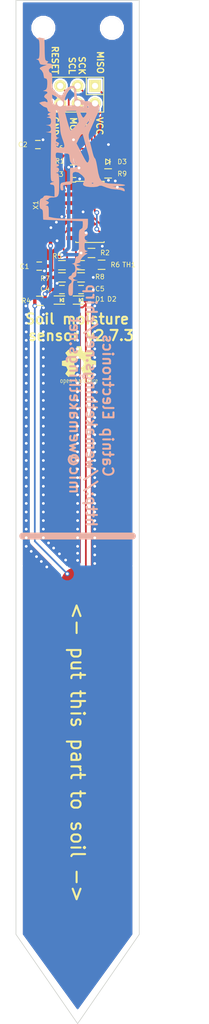
<source format=kicad_pcb>
(kicad_pcb (version 4) (host pcbnew 0.201510241816+6277~30~ubuntu14.04.1-product)

  (general
    (links 42)
    (no_connects 2)
    (area 83.111667 11.7445 114.755001 162.050001)
    (thickness 1.6)
    (drawings 16)
    (tracks 462)
    (zones 0)
    (modules 25)
    (nets 17)
  )

  (page A4)
  (layers
    (0 F.Cu signal)
    (31 B.Cu signal)
    (32 B.Adhes user)
    (33 F.Adhes user)
    (34 B.Paste user)
    (35 F.Paste user)
    (36 B.SilkS user hide)
    (37 F.SilkS user)
    (38 B.Mask user)
    (39 F.Mask user)
    (40 Dwgs.User user)
    (41 Cmts.User user)
    (42 Eco1.User user)
    (43 Eco2.User user)
    (44 Edge.Cuts user)
    (45 Margin user)
    (46 B.CrtYd user)
    (47 F.CrtYd user)
    (48 B.Fab user)
    (49 F.Fab user)
  )

  (setup
    (last_trace_width 0.254)
    (user_trace_width 0.254)
    (user_trace_width 0.508)
    (user_trace_width 1.27)
    (user_trace_width 5)
    (trace_clearance 0.1778)
    (zone_clearance 0.254)
    (zone_45_only no)
    (trace_min 0.254)
    (segment_width 0.2)
    (edge_width 0.1)
    (via_size 0.7)
    (via_drill 0.4)
    (via_min_size 0.7)
    (via_min_drill 0.4)
    (user_via 0.8 0.4)
    (user_via 0.9 0.4)
    (uvia_size 0.508)
    (uvia_drill 0.127)
    (uvias_allowed no)
    (uvia_min_size 0.508)
    (uvia_min_drill 0.127)
    (pcb_text_width 0.3)
    (pcb_text_size 0.7 0.7)
    (mod_edge_width 0.15)
    (mod_text_size 0.7 0.7)
    (mod_text_width 0.11)
    (pad_size 0.6 1.14)
    (pad_drill 0)
    (pad_to_mask_clearance 0)
    (pad_to_paste_clearance -0.003)
    (aux_axis_origin 0 0)
    (visible_elements FFFFFF7F)
    (pcbplotparams
      (layerselection 0x010f0_80000001)
      (usegerberextensions false)
      (excludeedgelayer true)
      (linewidth 0.100000)
      (plotframeref false)
      (viasonmask false)
      (mode 1)
      (useauxorigin false)
      (hpglpennumber 1)
      (hpglpenspeed 20)
      (hpglpendiameter 15)
      (hpglpenoverlay 2)
      (psnegative false)
      (psa4output false)
      (plotreference true)
      (plotvalue false)
      (plotinvisibletext false)
      (padsonsilk false)
      (subtractmaskfromsilk true)
      (outputformat 1)
      (mirror false)
      (drillshape 0)
      (scaleselection 1)
      (outputdirectory gerbers/))
  )

  (net 0 "")
  (net 1 "Net-(C1-Pad1)")
  (net 2 GND)
  (net 3 "Net-(C2-Pad1)")
  (net 4 VCC)
  (net 5 /SENSE_LOW)
  (net 6 /SENSOR_TRACK)
  (net 7 /THERMISTOR)
  (net 8 /RESET)
  (net 9 /EXCITATION)
  (net 10 "Net-(D3-Pad2)")
  (net 11 "Net-(D3-Pad1)")
  (net 12 /SCK/SCL)
  (net 13 /MOSI/SDA)
  (net 14 /MISO/SENSE_HIGH)
  (net 15 "Net-(IC1-Pad11)")
  (net 16 "Net-(IC1-Pad12)")

  (net_class Default "This is the default net class."
    (clearance 0.1778)
    (trace_width 0.254)
    (via_dia 0.7)
    (via_drill 0.4)
    (uvia_dia 0.508)
    (uvia_drill 0.127)
    (add_net /EXCITATION)
    (add_net /MISO/SENSE_HIGH)
    (add_net /MOSI/SDA)
    (add_net /RESET)
    (add_net /SCK/SCL)
    (add_net /SENSE_LOW)
    (add_net /THERMISTOR)
    (add_net GND)
    (add_net "Net-(C1-Pad1)")
    (add_net "Net-(C2-Pad1)")
    (add_net "Net-(D3-Pad1)")
    (add_net "Net-(D3-Pad2)")
    (add_net "Net-(IC1-Pad11)")
    (add_net "Net-(IC1-Pad12)")
    (add_net VCC)
  )

  (net_class excitation ""
    (clearance 0.6)
    (trace_width 0.254)
    (via_dia 0.7)
    (via_drill 0.4)
    (uvia_dia 0.508)
    (uvia_drill 0.127)
    (add_net /SENSOR_TRACK)
  )

  (net_class sensor ""
    (clearance 0.2032)
    (trace_width 5)
    (via_dia 0.7)
    (via_drill 0.4)
    (uvia_dia 0.508)
    (uvia_drill 0.127)
  )

  (module LEDs:LED-0603 (layer F.Cu) (tedit 562D1888) (tstamp 54E0C815)
    (at 99.4 36.5 270)
    (descr "LED 0603 smd package")
    (tags "LED led 0603 SMD smd SMT smt smdled SMDLED smtled SMTLED")
    (path /54E06E01)
    (attr smd)
    (fp_text reference D3 (at 0 -2.1 360) (layer F.SilkS)
      (effects (font (size 0.7 0.7) (thickness 0.11)))
    )
    (fp_text value LED (at 0 -4.1 360) (layer F.Fab)
      (effects (font (size 0.7 0.7) (thickness 0.11)))
    )
    (fp_line (start 0.4 -0.3) (end -0.4 -0.3) (layer F.SilkS) (width 0.15))
    (fp_line (start 0.4 0.3) (end 0 -0.4) (layer F.SilkS) (width 0.15))
    (fp_line (start -0.4 0.3) (end 0.4 0.3) (layer F.SilkS) (width 0.15))
    (fp_line (start 0 -0.4) (end -0.4 0.3) (layer F.SilkS) (width 0.15))
    (pad 1 smd rect (at 0 0.825 270) (size 0.8 0.8) (layers F.Cu F.Paste F.Mask)
      (net 11 "Net-(D3-Pad1)"))
    (pad 2 smd rect (at 0 -0.825 270) (size 0.8 0.8) (layers F.Cu F.Paste F.Mask)
      (net 10 "Net-(D3-Pad2)"))
  )

  (module Crystals:Crystal_HC49-SD_SMD (layer F.Cu) (tedit 5613802F) (tstamp 54E0ABE2)
    (at 89 43 90)
    (descr "Crystal, Quarz, HC49-SD, SMD,")
    (tags "Crystal, Quarz, HC49-SD, SMD,")
    (path /54D213EA)
    (attr smd)
    (fp_text reference X1 (at 0.2 -0.1 90) (layer F.SilkS)
      (effects (font (size 0.7 0.7) (thickness 0.11)))
    )
    (fp_text value 16MHz (at 2.54 5.08 90) (layer F.Fab) hide
      (effects (font (size 0.7 0.7) (thickness 0.11)))
    )
    (fp_circle (center 0 0) (end 0.8509 0) (layer F.Adhes) (width 0.381))
    (fp_circle (center 0 0) (end 0.50038 0) (layer F.Adhes) (width 0.381))
    (fp_circle (center 0 0) (end 0.14986 0.0508) (layer F.Adhes) (width 0.381))
    (pad 1 smd rect (at -4.25 0 90) (size 5.5 1.5) (layers F.Cu F.Paste F.Mask)
      (net 1 "Net-(C1-Pad1)"))
    (pad 2 smd rect (at 4.25 0 90) (size 5.5 1.5) (layers F.Cu F.Paste F.Mask)
      (net 3 "Net-(C2-Pad1)"))
    (model Crystals_Oscillators_SMD/Q_49U3HMS.wrl
      (at (xyz 0 0 0))
      (scale (xyz 1 1 1))
      (rotate (xyz 0 0 0))
    )
  )

  (module SMD_Packages:SOD-523 (layer F.Cu) (tedit 55CF1B55) (tstamp 54E211A5)
    (at 95.504 56.642 180)
    (descr "http://www.diodes.com/datasheets/ap02001.pdf p.144")
    (tags "Diode SOD523")
    (path /54D22068)
    (fp_text reference D2 (at -4.496 0.142 180) (layer F.SilkS)
      (effects (font (size 0.7 0.7) (thickness 0.11)))
    )
    (fp_text value BAT54 (at -5.996 0.142 180) (layer F.Fab)
      (effects (font (size 0.7 0.7) (thickness 0.11)))
    )
    (fp_line (start 0.25 -0.25) (end 0.25 0.25) (layer F.SilkS) (width 0.15))
    (fp_line (start -0.25 -0.25) (end -0.25 0.25) (layer F.SilkS) (width 0.15))
    (fp_line (start -0.25 0.25) (end 0.25 0) (layer F.SilkS) (width 0.15))
    (fp_line (start 0.25 0) (end -0.25 -0.25) (layer F.SilkS) (width 0.15))
    (fp_line (start -0.4 0.6) (end 1.15 0.6) (layer F.SilkS) (width 0.15))
    (fp_line (start -0.4 -0.6) (end 1.15 -0.6) (layer F.SilkS) (width 0.15))
    (pad 1 smd rect (at -0.7 0 180) (size 0.6 0.7) (layers F.Cu F.Paste F.Mask)
      (net 6 /SENSOR_TRACK))
    (pad 2 smd rect (at 0.7 0 180) (size 0.6 0.7) (layers F.Cu F.Paste F.Mask)
      (net 14 /MISO/SENSE_HIGH))
  )

  (module SMD_Packages:SOD-523 (layer F.Cu) (tedit 55CF1B28) (tstamp 54E2166C)
    (at 92.71 56.642 180)
    (descr "http://www.diodes.com/datasheets/ap02001.pdf p.144")
    (tags "Diode SOD523")
    (path /54D21FCD)
    (fp_text reference D1 (at -5.54 0.142 180) (layer F.SilkS)
      (effects (font (size 0.7 0.7) (thickness 0.11)))
    )
    (fp_text value BAT54 (at -12.54 0.142 180) (layer F.Fab)
      (effects (font (size 0.7 0.7) (thickness 0.11)))
    )
    (fp_line (start 0.25 -0.25) (end 0.25 0.25) (layer F.SilkS) (width 0.15))
    (fp_line (start -0.25 -0.25) (end 0.25 0) (layer F.SilkS) (width 0.15))
    (fp_line (start 0.25 0) (end -0.25 0.25) (layer F.SilkS) (width 0.15))
    (fp_line (start -0.25 0.25) (end -0.25 -0.25) (layer F.SilkS) (width 0.15))
    (fp_line (start -0.4 0.6) (end 1.15 0.6) (layer F.SilkS) (width 0.15))
    (fp_line (start -0.4 -0.6) (end 1.15 -0.6) (layer F.SilkS) (width 0.15))
    (pad 1 smd rect (at -0.7 0 180) (size 0.6 0.7) (layers F.Cu F.Paste F.Mask)
      (net 5 /SENSE_LOW))
    (pad 2 smd rect (at 0.7 0 180) (size 0.6 0.7) (layers F.Cu F.Paste F.Mask)
      (net 6 /SENSOR_TRACK))
  )

  (module Pin_Headers:Pin_Header_Straight_2x03 (layer F.Cu) (tedit 553FA587) (tstamp 54E0CE93)
    (at 95 26.73 180)
    (descr "Through hole pin header")
    (tags "pin header")
    (path /54E0D5F3)
    (fp_text reference P1 (at 0 -3.81 180) (layer F.SilkS) hide
      (effects (font (size 0.7 0.7) (thickness 0.11)))
    )
    (fp_text value CONN_02X03 (at 0 0 180) (layer F.Fab) hide
      (effects (font (size 0.7 0.7) (thickness 0.11)))
    )
    (fp_line (start -3.81 0) (end -1.27 0) (layer F.SilkS) (width 0.15))
    (fp_line (start -1.27 0) (end -1.27 2.54) (layer F.SilkS) (width 0.15))
    (fp_line (start -3.81 2.54) (end 3.81 2.54) (layer F.SilkS) (width 0.15))
    (fp_line (start 3.81 2.54) (end 3.81 -2.54) (layer F.SilkS) (width 0.15))
    (fp_line (start 3.81 -2.54) (end -1.27 -2.54) (layer F.SilkS) (width 0.15))
    (fp_line (start -3.81 2.54) (end -3.81 0) (layer F.SilkS) (width 0.15))
    (fp_line (start -3.81 -2.54) (end -3.81 0) (layer F.SilkS) (width 0.15))
    (fp_line (start -1.27 -2.54) (end -3.81 -2.54) (layer F.SilkS) (width 0.15))
    (pad 1 thru_hole rect (at -2.54 1.27 180) (size 1.7272 1.7272) (drill 0.9) (layers *.Cu *.Mask F.SilkS)
      (net 14 /MISO/SENSE_HIGH))
    (pad 2 thru_hole circle (at -2.54 -1.27 180) (size 1.7272 1.7272) (drill 0.9) (layers *.Cu *.Mask F.SilkS)
      (net 4 VCC))
    (pad 3 thru_hole circle (at 0 1.27 180) (size 1.7272 1.7272) (drill 0.9) (layers *.Cu *.Mask F.SilkS)
      (net 12 /SCK/SCL))
    (pad 4 thru_hole circle (at 0 -1.27 180) (size 1.7272 1.7272) (drill 0.9) (layers *.Cu *.Mask F.SilkS)
      (net 13 /MOSI/SDA))
    (pad 5 thru_hole circle (at 2.54 1.27 180) (size 1.7272 1.7272) (drill 0.9) (layers *.Cu *.Mask F.SilkS)
      (net 8 /RESET))
    (pad 6 thru_hole circle (at 2.54 -1.27 180) (size 1.7272 1.7272) (drill 0.9) (layers *.Cu *.Mask F.SilkS)
      (net 2 GND))
  )

  (module Capacitors_SMD:C_0603 (layer F.Cu) (tedit 55CE14F1) (tstamp 54E23D66)
    (at 89.4 51.7)
    (descr "Capacitor SMD 0603, reflow soldering, AVX (see smccp.pdf)")
    (tags "capacitor 0603")
    (path /54D21881)
    (attr smd)
    (fp_text reference C1 (at -2.15 0.05) (layer F.SilkS)
      (effects (font (size 0.7 0.7) (thickness 0.11)))
    )
    (fp_text value 18p (at -4.15 0.05) (layer F.Fab)
      (effects (font (size 0.7 0.7) (thickness 0.11)))
    )
    (fp_line (start -1.45 -0.75) (end 1.45 -0.75) (layer F.CrtYd) (width 0.05))
    (fp_line (start -1.45 0.75) (end 1.45 0.75) (layer F.CrtYd) (width 0.05))
    (fp_line (start -1.45 -0.75) (end -1.45 0.75) (layer F.CrtYd) (width 0.05))
    (fp_line (start 1.45 -0.75) (end 1.45 0.75) (layer F.CrtYd) (width 0.05))
    (fp_line (start -0.35 -0.6) (end 0.35 -0.6) (layer F.SilkS) (width 0.15))
    (fp_line (start 0.35 0.6) (end -0.35 0.6) (layer F.SilkS) (width 0.15))
    (pad 1 smd rect (at -0.75 0) (size 0.8 0.75) (layers F.Cu F.Paste F.Mask)
      (net 1 "Net-(C1-Pad1)"))
    (pad 2 smd rect (at 0.75 0) (size 0.8 0.75) (layers F.Cu F.Paste F.Mask)
      (net 2 GND))
    (model Capacitors_SMD/C_0603.wrl
      (at (xyz 0 0 0))
      (scale (xyz 1 1 1))
      (rotate (xyz 0 0 0))
    )
  )

  (module Capacitors_SMD:C_0603 (layer F.Cu) (tedit 562D09D3) (tstamp 54E23D6B)
    (at 89.2 34)
    (descr "Capacitor SMD 0603, reflow soldering, AVX (see smccp.pdf)")
    (tags "capacitor 0603")
    (path /54D218DE)
    (attr smd)
    (fp_text reference C2 (at -2.2 0) (layer F.SilkS)
      (effects (font (size 0.7 0.7) (thickness 0.11)))
    )
    (fp_text value 18p (at -4.45 0) (layer F.Fab)
      (effects (font (size 0.7 0.7) (thickness 0.11)))
    )
    (fp_line (start -1.45 -0.75) (end 1.45 -0.75) (layer F.CrtYd) (width 0.05))
    (fp_line (start -1.45 0.75) (end 1.45 0.75) (layer F.CrtYd) (width 0.05))
    (fp_line (start -1.45 -0.75) (end -1.45 0.75) (layer F.CrtYd) (width 0.05))
    (fp_line (start 1.45 -0.75) (end 1.45 0.75) (layer F.CrtYd) (width 0.05))
    (fp_line (start -0.35 -0.6) (end 0.35 -0.6) (layer F.SilkS) (width 0.15))
    (fp_line (start 0.35 0.6) (end -0.35 0.6) (layer F.SilkS) (width 0.15))
    (pad 1 smd rect (at -0.75 0) (size 0.8 0.75) (layers F.Cu F.Paste F.Mask)
      (net 3 "Net-(C2-Pad1)"))
    (pad 2 smd rect (at 0.75 0) (size 0.8 0.75) (layers F.Cu F.Paste F.Mask)
      (net 2 GND))
    (model Capacitors_SMD/C_0603.wrl
      (at (xyz 0 0 0))
      (scale (xyz 1 1 1))
      (rotate (xyz 0 0 0))
    )
  )

  (module Capacitors_SMD:C_0603 (layer F.Cu) (tedit 55CE14B8) (tstamp 54E263FC)
    (at 94.4 38.2)
    (descr "Capacitor SMD 0603, reflow soldering, AVX (see smccp.pdf)")
    (tags "capacitor 0603")
    (path /54D21E5C)
    (attr smd)
    (fp_text reference C3 (at -2.15 0.126) (layer F.SilkS)
      (effects (font (size 0.7 0.7) (thickness 0.11)))
    )
    (fp_text value 1u (at -3.65 0.05) (layer F.Fab)
      (effects (font (size 0.7 0.7) (thickness 0.11)))
    )
    (fp_line (start -1.45 -0.75) (end 1.45 -0.75) (layer F.CrtYd) (width 0.05))
    (fp_line (start -1.45 0.75) (end 1.45 0.75) (layer F.CrtYd) (width 0.05))
    (fp_line (start -1.45 -0.75) (end -1.45 0.75) (layer F.CrtYd) (width 0.05))
    (fp_line (start 1.45 -0.75) (end 1.45 0.75) (layer F.CrtYd) (width 0.05))
    (fp_line (start -0.35 -0.6) (end 0.35 -0.6) (layer F.SilkS) (width 0.15))
    (fp_line (start 0.35 0.6) (end -0.35 0.6) (layer F.SilkS) (width 0.15))
    (pad 1 smd rect (at -0.75 0) (size 0.8 0.75) (layers F.Cu F.Paste F.Mask)
      (net 4 VCC))
    (pad 2 smd rect (at 0.75 0) (size 0.8 0.75) (layers F.Cu F.Paste F.Mask)
      (net 2 GND))
    (model Capacitors_SMD/C_0603.wrl
      (at (xyz 0 0 0))
      (scale (xyz 1 1 1))
      (rotate (xyz 0 0 0))
    )
  )

  (module Capacitors_SMD:C_0603 (layer F.Cu) (tedit 55CE1528) (tstamp 54E26401)
    (at 92.71 55.118 180)
    (descr "Capacitor SMD 0603, reflow soldering, AVX (see smccp.pdf)")
    (tags "capacitor 0603")
    (path /54D2222A)
    (attr smd)
    (fp_text reference C4 (at 2.46 0.118 180) (layer F.SilkS)
      (effects (font (size 0.7 0.7) (thickness 0.11)))
    )
    (fp_text value 1n (at 4.71 0.118 180) (layer F.Fab)
      (effects (font (size 0.7 0.7) (thickness 0.11)))
    )
    (fp_line (start -1.45 -0.75) (end 1.45 -0.75) (layer F.CrtYd) (width 0.05))
    (fp_line (start -1.45 0.75) (end 1.45 0.75) (layer F.CrtYd) (width 0.05))
    (fp_line (start -1.45 -0.75) (end -1.45 0.75) (layer F.CrtYd) (width 0.05))
    (fp_line (start 1.45 -0.75) (end 1.45 0.75) (layer F.CrtYd) (width 0.05))
    (fp_line (start -0.35 -0.6) (end 0.35 -0.6) (layer F.SilkS) (width 0.15))
    (fp_line (start 0.35 0.6) (end -0.35 0.6) (layer F.SilkS) (width 0.15))
    (pad 1 smd rect (at -0.75 0 180) (size 0.8 0.75) (layers F.Cu F.Paste F.Mask)
      (net 5 /SENSE_LOW))
    (pad 2 smd rect (at 0.75 0 180) (size 0.8 0.75) (layers F.Cu F.Paste F.Mask)
      (net 2 GND))
    (model Capacitors_SMD/C_0603.wrl
      (at (xyz 0 0 0))
      (scale (xyz 1 1 1))
      (rotate (xyz 0 0 0))
    )
  )

  (module Capacitors_SMD:C_0603 (layer F.Cu) (tedit 55CE148C) (tstamp 54E26406)
    (at 95.504 55.118)
    (descr "Capacitor SMD 0603, reflow soldering, AVX (see smccp.pdf)")
    (tags "capacitor 0603")
    (path /54D22484)
    (attr smd)
    (fp_text reference C5 (at 2.746 -0.118) (layer F.SilkS)
      (effects (font (size 0.7 0.7) (thickness 0.11)))
    )
    (fp_text value 1n (at 4.496 -0.118) (layer F.Fab)
      (effects (font (size 0.7 0.7) (thickness 0.11)))
    )
    (fp_line (start -1.45 -0.75) (end 1.45 -0.75) (layer F.CrtYd) (width 0.05))
    (fp_line (start -1.45 0.75) (end 1.45 0.75) (layer F.CrtYd) (width 0.05))
    (fp_line (start -1.45 -0.75) (end -1.45 0.75) (layer F.CrtYd) (width 0.05))
    (fp_line (start 1.45 -0.75) (end 1.45 0.75) (layer F.CrtYd) (width 0.05))
    (fp_line (start -0.35 -0.6) (end 0.35 -0.6) (layer F.SilkS) (width 0.15))
    (fp_line (start 0.35 0.6) (end -0.35 0.6) (layer F.SilkS) (width 0.15))
    (pad 1 smd rect (at -0.75 0) (size 0.8 0.75) (layers F.Cu F.Paste F.Mask)
      (net 14 /MISO/SENSE_HIGH))
    (pad 2 smd rect (at 0.75 0) (size 0.8 0.75) (layers F.Cu F.Paste F.Mask)
      (net 2 GND))
    (model Capacitors_SMD/C_0603.wrl
      (at (xyz 0 0 0))
      (scale (xyz 1 1 1))
      (rotate (xyz 0 0 0))
    )
  )

  (module Capacitors_SMD:C_0603 (layer F.Cu) (tedit 562D0A11) (tstamp 54E2640B)
    (at 94.3 34.6 180)
    (descr "Capacitor SMD 0603, reflow soldering, AVX (see smccp.pdf)")
    (tags "capacitor 0603")
    (path /54DF1D15)
    (attr smd)
    (fp_text reference C6 (at 2.05 0.068 180) (layer F.SilkS)
      (effects (font (size 0.7 0.7) (thickness 0.11)))
    )
    (fp_text value 1u (at 2.05 1.35 180) (layer F.Fab)
      (effects (font (size 0.7 0.7) (thickness 0.11)))
    )
    (fp_line (start -1.45 -0.75) (end 1.45 -0.75) (layer F.CrtYd) (width 0.05))
    (fp_line (start -1.45 0.75) (end 1.45 0.75) (layer F.CrtYd) (width 0.05))
    (fp_line (start -1.45 -0.75) (end -1.45 0.75) (layer F.CrtYd) (width 0.05))
    (fp_line (start 1.45 -0.75) (end 1.45 0.75) (layer F.CrtYd) (width 0.05))
    (fp_line (start -0.35 -0.6) (end 0.35 -0.6) (layer F.SilkS) (width 0.15))
    (fp_line (start 0.35 0.6) (end -0.35 0.6) (layer F.SilkS) (width 0.15))
    (pad 1 smd rect (at -0.75 0 180) (size 0.8 0.75) (layers F.Cu F.Paste F.Mask)
      (net 8 /RESET))
    (pad 2 smd rect (at 0.75 0 180) (size 0.8 0.75) (layers F.Cu F.Paste F.Mask)
      (net 2 GND))
    (model Capacitors_SMD/C_0603.wrl
      (at (xyz 0 0 0))
      (scale (xyz 1 1 1))
      (rotate (xyz 0 0 0))
    )
  )

  (module Resistors_SMD:R_0603 (layer F.Cu) (tedit 55CE14AA) (tstamp 54E26415)
    (at 94.45 36.3 180)
    (descr "Resistor SMD 0603, reflow soldering, Vishay (see dcrcw.pdf)")
    (tags "resistor 0603")
    (path /54DF19BF)
    (attr smd)
    (fp_text reference R1 (at 2.05 -0.1 180) (layer F.SilkS)
      (effects (font (size 0.7 0.7) (thickness 0.11)))
    )
    (fp_text value 10k (at 3.7 -0.2 180) (layer F.Fab)
      (effects (font (size 0.7 0.7) (thickness 0.11)))
    )
    (fp_line (start -1.3 -0.8) (end 1.3 -0.8) (layer F.CrtYd) (width 0.05))
    (fp_line (start -1.3 0.8) (end 1.3 0.8) (layer F.CrtYd) (width 0.05))
    (fp_line (start -1.3 -0.8) (end -1.3 0.8) (layer F.CrtYd) (width 0.05))
    (fp_line (start 1.3 -0.8) (end 1.3 0.8) (layer F.CrtYd) (width 0.05))
    (fp_line (start 0.5 0.675) (end -0.5 0.675) (layer F.SilkS) (width 0.15))
    (fp_line (start -0.5 -0.675) (end 0.5 -0.675) (layer F.SilkS) (width 0.15))
    (pad 1 smd rect (at -0.75 0 180) (size 0.5 0.9) (layers F.Cu F.Paste F.Mask)
      (net 8 /RESET))
    (pad 2 smd rect (at 0.75 0 180) (size 0.5 0.9) (layers F.Cu F.Paste F.Mask)
      (net 4 VCC))
    (model Resistors_SMD/R_0603.wrl
      (at (xyz 0 0 0))
      (scale (xyz 1 1 1))
      (rotate (xyz 0 0 0))
    )
  )

  (module Resistors_SMD:R_0603 (layer F.Cu) (tedit 55CE1546) (tstamp 54E2641A)
    (at 97.028 49.784)
    (descr "Resistor SMD 0603, reflow soldering, Vishay (see dcrcw.pdf)")
    (tags "resistor 0603")
    (path /54E06028)
    (attr smd)
    (fp_text reference R2 (at 1.972 -0.034) (layer F.SilkS)
      (effects (font (size 0.7 0.7) (thickness 0.11)))
    )
    (fp_text value "10k 0.1%" (at 5.472 -0.034) (layer F.Fab)
      (effects (font (size 0.7 0.7) (thickness 0.11)))
    )
    (fp_line (start -1.3 -0.8) (end 1.3 -0.8) (layer F.CrtYd) (width 0.05))
    (fp_line (start -1.3 0.8) (end 1.3 0.8) (layer F.CrtYd) (width 0.05))
    (fp_line (start -1.3 -0.8) (end -1.3 0.8) (layer F.CrtYd) (width 0.05))
    (fp_line (start 1.3 -0.8) (end 1.3 0.8) (layer F.CrtYd) (width 0.05))
    (fp_line (start 0.5 0.675) (end -0.5 0.675) (layer F.SilkS) (width 0.15))
    (fp_line (start -0.5 -0.675) (end 0.5 -0.675) (layer F.SilkS) (width 0.15))
    (pad 1 smd rect (at -0.75 0) (size 0.5 0.9) (layers F.Cu F.Paste F.Mask)
      (net 4 VCC))
    (pad 2 smd rect (at 0.75 0) (size 0.5 0.9) (layers F.Cu F.Paste F.Mask)
      (net 7 /THERMISTOR))
    (model Resistors_SMD/R_0603.wrl
      (at (xyz 0 0 0))
      (scale (xyz 1 1 1))
      (rotate (xyz 0 0 0))
    )
  )

  (module Resistors_SMD:R_0603 (layer F.Cu) (tedit 5415CC62) (tstamp 54E2641F)
    (at 89.5 56.75)
    (descr "Resistor SMD 0603, reflow soldering, Vishay (see dcrcw.pdf)")
    (tags "resistor 0603")
    (path /54D2209D)
    (attr smd)
    (fp_text reference R4 (at -2 0) (layer F.SilkS)
      (effects (font (size 0.7 0.7) (thickness 0.11)))
    )
    (fp_text value 330 (at -4 0) (layer F.Fab)
      (effects (font (size 0.7 0.7) (thickness 0.11)))
    )
    (fp_line (start -1.3 -0.8) (end 1.3 -0.8) (layer F.CrtYd) (width 0.05))
    (fp_line (start -1.3 0.8) (end 1.3 0.8) (layer F.CrtYd) (width 0.05))
    (fp_line (start -1.3 -0.8) (end -1.3 0.8) (layer F.CrtYd) (width 0.05))
    (fp_line (start 1.3 -0.8) (end 1.3 0.8) (layer F.CrtYd) (width 0.05))
    (fp_line (start 0.5 0.675) (end -0.5 0.675) (layer F.SilkS) (width 0.15))
    (fp_line (start -0.5 -0.675) (end 0.5 -0.675) (layer F.SilkS) (width 0.15))
    (pad 1 smd rect (at -0.75 0) (size 0.5 0.9) (layers F.Cu F.Paste F.Mask)
      (net 6 /SENSOR_TRACK))
    (pad 2 smd rect (at 0.75 0) (size 0.5 0.9) (layers F.Cu F.Paste F.Mask)
      (net 9 /EXCITATION))
    (model Resistors_SMD/R_0603.wrl
      (at (xyz 0 0 0))
      (scale (xyz 1 1 1))
      (rotate (xyz 0 0 0))
    )
  )

  (module Resistors_SMD:R_0603 (layer F.Cu) (tedit 55CE14FE) (tstamp 54E26424)
    (at 92.71 51.562 180)
    (descr "Resistor SMD 0603, reflow soldering, Vishay (see dcrcw.pdf)")
    (tags "resistor 0603")
    (path /54D22174)
    (attr smd)
    (fp_text reference R5 (at 0.71 1.312 180) (layer F.SilkS)
      (effects (font (size 0.7 0.7) (thickness 0.11)))
    )
    (fp_text value 1M (at 0.71 2.312 180) (layer F.Fab)
      (effects (font (size 0.7 0.7) (thickness 0.11)))
    )
    (fp_line (start -1.3 -0.8) (end 1.3 -0.8) (layer F.CrtYd) (width 0.05))
    (fp_line (start -1.3 0.8) (end 1.3 0.8) (layer F.CrtYd) (width 0.05))
    (fp_line (start -1.3 -0.8) (end -1.3 0.8) (layer F.CrtYd) (width 0.05))
    (fp_line (start 1.3 -0.8) (end 1.3 0.8) (layer F.CrtYd) (width 0.05))
    (fp_line (start 0.5 0.675) (end -0.5 0.675) (layer F.SilkS) (width 0.15))
    (fp_line (start -0.5 -0.675) (end 0.5 -0.675) (layer F.SilkS) (width 0.15))
    (pad 1 smd rect (at -0.75 0 180) (size 0.5 0.9) (layers F.Cu F.Paste F.Mask)
      (net 5 /SENSE_LOW))
    (pad 2 smd rect (at 0.75 0 180) (size 0.5 0.9) (layers F.Cu F.Paste F.Mask)
      (net 4 VCC))
    (model Resistors_SMD/R_0603.wrl
      (at (xyz 0 0 0))
      (scale (xyz 1 1 1))
      (rotate (xyz 0 0 0))
    )
  )

  (module Resistors_SMD:R_0603 (layer F.Cu) (tedit 55CE153F) (tstamp 54E26429)
    (at 95.504 51.562)
    (descr "Resistor SMD 0603, reflow soldering, Vishay (see dcrcw.pdf)")
    (tags "resistor 0603")
    (path /54D2252C)
    (attr smd)
    (fp_text reference R6 (at 4.996 -0.062) (layer F.SilkS)
      (effects (font (size 0.7 0.7) (thickness 0.11)))
    )
    (fp_text value 1M (at 4.996 0.688) (layer F.Fab)
      (effects (font (size 0.7 0.7) (thickness 0.11)))
    )
    (fp_line (start -1.3 -0.8) (end 1.3 -0.8) (layer F.CrtYd) (width 0.05))
    (fp_line (start -1.3 0.8) (end 1.3 0.8) (layer F.CrtYd) (width 0.05))
    (fp_line (start -1.3 -0.8) (end -1.3 0.8) (layer F.CrtYd) (width 0.05))
    (fp_line (start 1.3 -0.8) (end 1.3 0.8) (layer F.CrtYd) (width 0.05))
    (fp_line (start 0.5 0.675) (end -0.5 0.675) (layer F.SilkS) (width 0.15))
    (fp_line (start -0.5 -0.675) (end 0.5 -0.675) (layer F.SilkS) (width 0.15))
    (pad 1 smd rect (at -0.75 0) (size 0.5 0.9) (layers F.Cu F.Paste F.Mask)
      (net 14 /MISO/SENSE_HIGH))
    (pad 2 smd rect (at 0.75 0) (size 0.5 0.9) (layers F.Cu F.Paste F.Mask)
      (net 4 VCC))
    (model Resistors_SMD/R_0603.wrl
      (at (xyz 0 0 0))
      (scale (xyz 1 1 1))
      (rotate (xyz 0 0 0))
    )
  )

  (module Resistors_SMD:R_0603 (layer F.Cu) (tedit 55CE1538) (tstamp 54E2642E)
    (at 92.71 53.34)
    (descr "Resistor SMD 0603, reflow soldering, Vishay (see dcrcw.pdf)")
    (tags "resistor 0603")
    (path /54D222F8)
    (attr smd)
    (fp_text reference R7 (at -2.46 0.16) (layer F.SilkS)
      (effects (font (size 0.7 0.7) (thickness 0.11)))
    )
    (fp_text value 1M (at -4.71 -0.09) (layer F.Fab)
      (effects (font (size 0.7 0.7) (thickness 0.11)))
    )
    (fp_line (start -1.3 -0.8) (end 1.3 -0.8) (layer F.CrtYd) (width 0.05))
    (fp_line (start -1.3 0.8) (end 1.3 0.8) (layer F.CrtYd) (width 0.05))
    (fp_line (start -1.3 -0.8) (end -1.3 0.8) (layer F.CrtYd) (width 0.05))
    (fp_line (start 1.3 -0.8) (end 1.3 0.8) (layer F.CrtYd) (width 0.05))
    (fp_line (start 0.5 0.675) (end -0.5 0.675) (layer F.SilkS) (width 0.15))
    (fp_line (start -0.5 -0.675) (end 0.5 -0.675) (layer F.SilkS) (width 0.15))
    (pad 1 smd rect (at -0.75 0) (size 0.5 0.9) (layers F.Cu F.Paste F.Mask)
      (net 2 GND))
    (pad 2 smd rect (at 0.75 0) (size 0.5 0.9) (layers F.Cu F.Paste F.Mask)
      (net 5 /SENSE_LOW))
    (model Resistors_SMD/R_0603.wrl
      (at (xyz 0 0 0))
      (scale (xyz 1 1 1))
      (rotate (xyz 0 0 0))
    )
  )

  (module Resistors_SMD:R_0603 (layer F.Cu) (tedit 55CE148A) (tstamp 54E26433)
    (at 95.504 53.34 180)
    (descr "Resistor SMD 0603, reflow soldering, Vishay (see dcrcw.pdf)")
    (tags "resistor 0603")
    (path /54D221C8)
    (attr smd)
    (fp_text reference R8 (at -2.746 0.09 180) (layer F.SilkS)
      (effects (font (size 0.7 0.7) (thickness 0.11)))
    )
    (fp_text value 1M (at -4.496 0.09 180) (layer F.Fab)
      (effects (font (size 0.7 0.7) (thickness 0.11)))
    )
    (fp_line (start -1.3 -0.8) (end 1.3 -0.8) (layer F.CrtYd) (width 0.05))
    (fp_line (start -1.3 0.8) (end 1.3 0.8) (layer F.CrtYd) (width 0.05))
    (fp_line (start -1.3 -0.8) (end -1.3 0.8) (layer F.CrtYd) (width 0.05))
    (fp_line (start 1.3 -0.8) (end 1.3 0.8) (layer F.CrtYd) (width 0.05))
    (fp_line (start 0.5 0.675) (end -0.5 0.675) (layer F.SilkS) (width 0.15))
    (fp_line (start -0.5 -0.675) (end 0.5 -0.675) (layer F.SilkS) (width 0.15))
    (pad 1 smd rect (at -0.75 0 180) (size 0.5 0.9) (layers F.Cu F.Paste F.Mask)
      (net 2 GND))
    (pad 2 smd rect (at 0.75 0 180) (size 0.5 0.9) (layers F.Cu F.Paste F.Mask)
      (net 14 /MISO/SENSE_HIGH))
    (model Resistors_SMD/R_0603.wrl
      (at (xyz 0 0 0))
      (scale (xyz 1 1 1))
      (rotate (xyz 0 0 0))
    )
  )

  (module Resistors_SMD:R_0603 (layer F.Cu) (tedit 562D0CD8) (tstamp 54E26438)
    (at 99.45 38.2 180)
    (descr "Resistor SMD 0603, reflow soldering, Vishay (see dcrcw.pdf)")
    (tags "resistor 0603")
    (path /54E06FCA)
    (attr smd)
    (fp_text reference R9 (at -2.05 -0.05 180) (layer F.SilkS)
      (effects (font (size 0.7 0.7) (thickness 0.11)))
    )
    (fp_text value 330 (at -4.05 -0.05 180) (layer F.Fab)
      (effects (font (size 0.7 0.7) (thickness 0.11)))
    )
    (fp_line (start -1.3 -0.8) (end 1.3 -0.8) (layer F.CrtYd) (width 0.05))
    (fp_line (start -1.3 0.8) (end 1.3 0.8) (layer F.CrtYd) (width 0.05))
    (fp_line (start -1.3 -0.8) (end -1.3 0.8) (layer F.CrtYd) (width 0.05))
    (fp_line (start 1.3 -0.8) (end 1.3 0.8) (layer F.CrtYd) (width 0.05))
    (fp_line (start 0.5 0.675) (end -0.5 0.675) (layer F.SilkS) (width 0.15))
    (fp_line (start -0.5 -0.675) (end 0.5 -0.675) (layer F.SilkS) (width 0.15))
    (pad 1 smd rect (at -0.75 0 180) (size 0.5 0.9) (layers F.Cu F.Paste F.Mask)
      (net 10 "Net-(D3-Pad2)"))
    (pad 2 smd rect (at 0.75 0 180) (size 0.5 0.9) (layers F.Cu F.Paste F.Mask)
      (net 16 "Net-(IC1-Pad12)"))
    (model Resistors_SMD/R_0603.wrl
      (at (xyz 0 0 0))
      (scale (xyz 1 1 1))
      (rotate (xyz 0 0 0))
    )
  )

  (module Resistors_SMD:R_0603 (layer F.Cu) (tedit 55CE154E) (tstamp 54E26442)
    (at 98.5 51.5)
    (descr "Resistor SMD 0603, reflow soldering, Vishay (see dcrcw.pdf)")
    (tags "resistor 0603")
    (path /54E05F89)
    (attr smd)
    (fp_text reference TH1 (at 4 0) (layer F.SilkS)
      (effects (font (size 0.7 0.7) (thickness 0.11)))
    )
    (fp_text value NCP18XH103F03RB (at 10.5 0) (layer F.Fab)
      (effects (font (size 0.7 0.7) (thickness 0.11)))
    )
    (fp_line (start -1.3 -0.8) (end 1.3 -0.8) (layer F.CrtYd) (width 0.05))
    (fp_line (start -1.3 0.8) (end 1.3 0.8) (layer F.CrtYd) (width 0.05))
    (fp_line (start -1.3 -0.8) (end -1.3 0.8) (layer F.CrtYd) (width 0.05))
    (fp_line (start 1.3 -0.8) (end 1.3 0.8) (layer F.CrtYd) (width 0.05))
    (fp_line (start 0.5 0.675) (end -0.5 0.675) (layer F.SilkS) (width 0.15))
    (fp_line (start -0.5 -0.675) (end 0.5 -0.675) (layer F.SilkS) (width 0.15))
    (pad 1 smd rect (at -0.75 0) (size 0.5 0.9) (layers F.Cu F.Paste F.Mask)
      (net 7 /THERMISTOR))
    (pad 2 smd rect (at 0.75 0) (size 0.5 0.9) (layers F.Cu F.Paste F.Mask)
      (net 2 GND))
    (model Resistors_SMD/R_0603.wrl
      (at (xyz 0 0 0))
      (scale (xyz 1 1 1))
      (rotate (xyz 0 0 0))
    )
  )

  (module Mounting_Holes:MountingHole_3mm (layer F.Cu) (tedit 553FA579) (tstamp 5514567F)
    (at 90 17)
    (descr "Mounting hole, Befestigungsbohrung, 3mm, No Annular, Kein Restring,")
    (tags "Mounting hole, Befestigungsbohrung, 3mm, No Annular, Kein Restring,")
    (fp_text reference REF** (at 0 -4.0005) (layer F.SilkS) hide
      (effects (font (size 0.7 0.7) (thickness 0.11)))
    )
    (fp_text value MountingHole_3mm (at 1.00076 5.00126) (layer F.Fab)
      (effects (font (size 0.7 0.7) (thickness 0.11)))
    )
    (fp_circle (center 0 0) (end 2.99974 0) (layer Cmts.User) (width 0.381))
    (pad 1 thru_hole circle (at 0 0) (size 2.99974 2.99974) (drill 2.99974) (layers))
  )

  (module Mounting_Holes:MountingHole_3mm (layer F.Cu) (tedit 553FA57F) (tstamp 55145680)
    (at 100 17)
    (descr "Mounting hole, Befestigungsbohrung, 3mm, No Annular, Kein Restring,")
    (tags "Mounting hole, Befestigungsbohrung, 3mm, No Annular, Kein Restring,")
    (fp_text reference REF** (at 0 -4.0005) (layer F.SilkS) hide
      (effects (font (size 0.7 0.7) (thickness 0.11)))
    )
    (fp_text value MountingHole_3mm (at 1.00076 5.00126) (layer F.Fab)
      (effects (font (size 0.7 0.7) (thickness 0.11)))
    )
    (fp_circle (center 0 0) (end 2.99974 0) (layer Cmts.User) (width 0.381))
    (pad 1 thru_hole circle (at 0 0) (size 2.99974 2.99974) (drill 2.99974) (layers))
  )

  (module w_logo:Logo_silk_OSHW_6x6mm (layer F.Cu) (tedit 0) (tstamp 553FCB2C)
    (at 95.2 65.6)
    (descr "Open Hardware Logo, 6x6mm")
    (fp_text reference G*** (at 0 0) (layer F.SilkS) hide
      (effects (font (size 0.22606 0.22606) (thickness 0.04318)))
    )
    (fp_text value LOGO (at 0 0.3) (layer F.Fab) hide
      (effects (font (size 0.22606 0.22606) (thickness 0.04318)))
    )
    (fp_line (start 2.16 2.62) (end 2.16 3.08) (layer F.SilkS) (width 0.075))
    (fp_line (start 2.25 2.62) (end 2.3 2.62) (layer F.SilkS) (width 0.075))
    (fp_line (start 2.2 2.65) (end 2.25 2.62) (layer F.SilkS) (width 0.075))
    (fp_line (start 2.18 2.67) (end 2.2 2.65) (layer F.SilkS) (width 0.075))
    (fp_line (start 2.16 2.74) (end 2.18 2.67) (layer F.SilkS) (width 0.075))
    (fp_line (start 2.6 3.08) (end 2.65 3.05) (layer F.SilkS) (width 0.075))
    (fp_line (start 2.5 3.08) (end 2.6 3.08) (layer F.SilkS) (width 0.075))
    (fp_line (start 2.46 3.05) (end 2.5 3.08) (layer F.SilkS) (width 0.075))
    (fp_line (start 2.44 2.98) (end 2.46 3.05) (layer F.SilkS) (width 0.075))
    (fp_line (start 2.44 2.71) (end 2.44 2.98) (layer F.SilkS) (width 0.075))
    (fp_line (start 2.47 2.65) (end 2.44 2.71) (layer F.SilkS) (width 0.075))
    (fp_line (start 2.51 2.62) (end 2.47 2.65) (layer F.SilkS) (width 0.075))
    (fp_line (start 2.61 2.62) (end 2.51 2.62) (layer F.SilkS) (width 0.075))
    (fp_line (start 2.65 2.66) (end 2.61 2.62) (layer F.SilkS) (width 0.075))
    (fp_line (start 2.67 2.73) (end 2.65 2.66) (layer F.SilkS) (width 0.075))
    (fp_line (start 2.67 2.85) (end 2.67 2.73) (layer F.SilkS) (width 0.075))
    (fp_line (start 2.67 2.85) (end 2.44 2.85) (layer F.SilkS) (width 0.075))
    (fp_line (start 1.92 2.71) (end 1.92 3.08) (layer F.SilkS) (width 0.075))
    (fp_line (start 1.89 2.65) (end 1.92 2.71) (layer F.SilkS) (width 0.075))
    (fp_line (start 1.85 2.62) (end 1.89 2.65) (layer F.SilkS) (width 0.075))
    (fp_line (start 1.75 2.62) (end 1.85 2.62) (layer F.SilkS) (width 0.075))
    (fp_line (start 1.7 2.65) (end 1.75 2.62) (layer F.SilkS) (width 0.075))
    (fp_line (start 1.76 2.81) (end 1.71 2.84) (layer F.SilkS) (width 0.075))
    (fp_line (start 1.88 2.81) (end 1.76 2.81) (layer F.SilkS) (width 0.075))
    (fp_line (start 1.92 2.78) (end 1.88 2.81) (layer F.SilkS) (width 0.075))
    (fp_line (start 1.87 3.08) (end 1.92 3.04) (layer F.SilkS) (width 0.075))
    (fp_line (start 1.75 3.08) (end 1.87 3.08) (layer F.SilkS) (width 0.075))
    (fp_line (start 1.7 3.04) (end 1.75 3.08) (layer F.SilkS) (width 0.075))
    (fp_line (start 1.68 2.98) (end 1.7 3.04) (layer F.SilkS) (width 0.075))
    (fp_line (start 1.68 2.91) (end 1.68 2.98) (layer F.SilkS) (width 0.075))
    (fp_line (start 1.71 2.84) (end 1.68 2.91) (layer F.SilkS) (width 0.075))
    (fp_line (start 1.13 2.62) (end 1.23 3.08) (layer F.SilkS) (width 0.075))
    (fp_line (start 1.23 3.08) (end 1.32 2.74) (layer F.SilkS) (width 0.075))
    (fp_line (start 1.32 2.74) (end 1.42 3.08) (layer F.SilkS) (width 0.075))
    (fp_line (start 1.42 3.08) (end 1.52 2.62) (layer F.SilkS) (width 0.075))
    (fp_line (start 0.94 3.05) (end 0.9 3.08) (layer F.SilkS) (width 0.075))
    (fp_line (start 0.9 3.08) (end 0.79 3.08) (layer F.SilkS) (width 0.075))
    (fp_line (start 0.79 3.08) (end 0.75 3.05) (layer F.SilkS) (width 0.075))
    (fp_line (start 0.75 3.05) (end 0.73 3.02) (layer F.SilkS) (width 0.075))
    (fp_line (start 0.73 3.02) (end 0.7 2.95) (layer F.SilkS) (width 0.075))
    (fp_line (start 0.7 2.95) (end 0.7 2.75) (layer F.SilkS) (width 0.075))
    (fp_line (start 0.7 2.75) (end 0.73 2.68) (layer F.SilkS) (width 0.075))
    (fp_line (start 0.73 2.68) (end 0.75 2.65) (layer F.SilkS) (width 0.075))
    (fp_line (start 0.75 2.65) (end 0.81 2.61) (layer F.SilkS) (width 0.075))
    (fp_line (start 0.81 2.61) (end 0.88 2.61) (layer F.SilkS) (width 0.075))
    (fp_line (start 0.88 2.61) (end 0.94 2.65) (layer F.SilkS) (width 0.075))
    (fp_line (start 0.94 2.38) (end 0.94 3.08) (layer F.SilkS) (width 0.075))
    (fp_line (start 0.42 2.74) (end 0.44 2.67) (layer F.SilkS) (width 0.075))
    (fp_line (start 0.44 2.67) (end 0.46 2.65) (layer F.SilkS) (width 0.075))
    (fp_line (start 0.46 2.65) (end 0.51 2.62) (layer F.SilkS) (width 0.075))
    (fp_line (start 0.51 2.62) (end 0.56 2.62) (layer F.SilkS) (width 0.075))
    (fp_line (start 0.42 2.62) (end 0.42 3.08) (layer F.SilkS) (width 0.075))
    (fp_line (start -0.03 2.84) (end -0.06 2.91) (layer F.SilkS) (width 0.075))
    (fp_line (start -0.06 2.91) (end -0.06 2.98) (layer F.SilkS) (width 0.075))
    (fp_line (start -0.06 2.98) (end -0.04 3.04) (layer F.SilkS) (width 0.075))
    (fp_line (start -0.04 3.04) (end 0.01 3.08) (layer F.SilkS) (width 0.075))
    (fp_line (start 0.01 3.08) (end 0.13 3.08) (layer F.SilkS) (width 0.075))
    (fp_line (start 0.13 3.08) (end 0.18 3.04) (layer F.SilkS) (width 0.075))
    (fp_line (start 0.18 2.78) (end 0.14 2.81) (layer F.SilkS) (width 0.075))
    (fp_line (start 0.14 2.81) (end 0.02 2.81) (layer F.SilkS) (width 0.075))
    (fp_line (start 0.02 2.81) (end -0.03 2.84) (layer F.SilkS) (width 0.075))
    (fp_line (start -0.04 2.65) (end 0.01 2.62) (layer F.SilkS) (width 0.075))
    (fp_line (start 0.01 2.62) (end 0.11 2.62) (layer F.SilkS) (width 0.075))
    (fp_line (start 0.11 2.62) (end 0.15 2.65) (layer F.SilkS) (width 0.075))
    (fp_line (start 0.15 2.65) (end 0.18 2.71) (layer F.SilkS) (width 0.075))
    (fp_line (start 0.18 2.71) (end 0.18 3.08) (layer F.SilkS) (width 0.075))
    (fp_line (start -0.49 2.69) (end -0.47 2.65) (layer F.SilkS) (width 0.075))
    (fp_line (start -0.47 2.65) (end -0.42 2.62) (layer F.SilkS) (width 0.075))
    (fp_line (start -0.42 2.62) (end -0.34 2.62) (layer F.SilkS) (width 0.075))
    (fp_line (start -0.34 2.62) (end -0.3 2.65) (layer F.SilkS) (width 0.075))
    (fp_line (start -0.3 2.65) (end -0.28 2.71) (layer F.SilkS) (width 0.075))
    (fp_line (start -0.28 2.71) (end -0.28 3.08) (layer F.SilkS) (width 0.075))
    (fp_line (start -0.49 2.38) (end -0.49 3.08) (layer F.SilkS) (width 0.075))
    (fp_line (start -1.54 2.85) (end -1.77 2.85) (layer F.SilkS) (width 0.075))
    (fp_line (start -1.32 2.68) (end -1.3 2.65) (layer F.SilkS) (width 0.075))
    (fp_line (start -1.3 2.65) (end -1.26 2.62) (layer F.SilkS) (width 0.075))
    (fp_line (start -1.26 2.62) (end -1.17 2.62) (layer F.SilkS) (width 0.075))
    (fp_line (start -1.17 2.62) (end -1.13 2.65) (layer F.SilkS) (width 0.075))
    (fp_line (start -1.13 2.65) (end -1.11 2.71) (layer F.SilkS) (width 0.075))
    (fp_line (start -1.11 2.71) (end -1.11 3.08) (layer F.SilkS) (width 0.075))
    (fp_line (start -1.32 2.62) (end -1.32 3.08) (layer F.SilkS) (width 0.075))
    (fp_line (start -1.54 2.85) (end -1.54 2.73) (layer F.SilkS) (width 0.075))
    (fp_line (start -1.54 2.73) (end -1.56 2.66) (layer F.SilkS) (width 0.075))
    (fp_line (start -1.56 2.66) (end -1.6 2.62) (layer F.SilkS) (width 0.075))
    (fp_line (start -1.6 2.62) (end -1.7 2.62) (layer F.SilkS) (width 0.075))
    (fp_line (start -1.7 2.62) (end -1.74 2.65) (layer F.SilkS) (width 0.075))
    (fp_line (start -1.74 2.65) (end -1.77 2.71) (layer F.SilkS) (width 0.075))
    (fp_line (start -1.77 2.71) (end -1.77 2.98) (layer F.SilkS) (width 0.075))
    (fp_line (start -1.77 2.98) (end -1.75 3.05) (layer F.SilkS) (width 0.075))
    (fp_line (start -1.75 3.05) (end -1.71 3.08) (layer F.SilkS) (width 0.075))
    (fp_line (start -1.71 3.08) (end -1.61 3.08) (layer F.SilkS) (width 0.075))
    (fp_line (start -1.61 3.08) (end -1.56 3.05) (layer F.SilkS) (width 0.075))
    (fp_line (start -2.2 2.65) (end -2.16 2.62) (layer F.SilkS) (width 0.075))
    (fp_line (start -2.16 2.62) (end -2.06 2.62) (layer F.SilkS) (width 0.075))
    (fp_line (start -2.06 2.62) (end -2.02 2.65) (layer F.SilkS) (width 0.075))
    (fp_line (start -2.02 2.65) (end -1.99 2.68) (layer F.SilkS) (width 0.075))
    (fp_line (start -1.99 2.68) (end -1.97 2.74) (layer F.SilkS) (width 0.075))
    (fp_line (start -1.97 2.74) (end -1.97 2.96) (layer F.SilkS) (width 0.075))
    (fp_line (start -1.97 2.96) (end -1.99 3.02) (layer F.SilkS) (width 0.075))
    (fp_line (start -1.99 3.02) (end -2.01 3.05) (layer F.SilkS) (width 0.075))
    (fp_line (start -2.01 3.05) (end -2.05 3.08) (layer F.SilkS) (width 0.075))
    (fp_line (start -2.05 3.08) (end -2.15 3.08) (layer F.SilkS) (width 0.075))
    (fp_line (start -2.15 3.08) (end -2.2 3.05) (layer F.SilkS) (width 0.075))
    (fp_line (start -2.2 3.32) (end -2.2 2.62) (layer F.SilkS) (width 0.075))
    (fp_line (start -2.51 2.62) (end -2.59 2.62) (layer F.SilkS) (width 0.075))
    (fp_line (start -2.59 2.62) (end -2.63 2.65) (layer F.SilkS) (width 0.075))
    (fp_line (start -2.63 2.65) (end -2.65 2.68) (layer F.SilkS) (width 0.075))
    (fp_line (start -2.65 2.68) (end -2.68 2.75) (layer F.SilkS) (width 0.075))
    (fp_line (start -2.59 3.08) (end -2.51 3.08) (layer F.SilkS) (width 0.075))
    (fp_line (start -2.51 3.08) (end -2.46 3.05) (layer F.SilkS) (width 0.075))
    (fp_line (start -2.46 3.05) (end -2.44 3.02) (layer F.SilkS) (width 0.075))
    (fp_line (start -2.44 3.02) (end -2.42 2.95) (layer F.SilkS) (width 0.075))
    (fp_line (start -2.42 2.95) (end -2.42 2.75) (layer F.SilkS) (width 0.075))
    (fp_line (start -2.42 2.75) (end -2.44 2.69) (layer F.SilkS) (width 0.075))
    (fp_line (start -2.44 2.69) (end -2.46 2.66) (layer F.SilkS) (width 0.075))
    (fp_line (start -2.46 2.66) (end -2.51 2.62) (layer F.SilkS) (width 0.075))
    (fp_line (start -2.68 2.75) (end -2.68 2.95) (layer F.SilkS) (width 0.075))
    (fp_line (start -2.68 2.95) (end -2.66 3.01) (layer F.SilkS) (width 0.075))
    (fp_line (start -2.66 3.01) (end -2.64 3.04) (layer F.SilkS) (width 0.075))
    (fp_line (start -2.64 3.04) (end -2.59 3.08) (layer F.SilkS) (width 0.075))
    (fp_poly (pts (xy -1.51384 2.24536) (xy -1.48844 2.23012) (xy -1.43002 2.19456) (xy -1.3462 2.13868)
      (xy -1.24714 2.07264) (xy -1.14808 2.0066) (xy -1.0668 1.95326) (xy -1.01092 1.91516)
      (xy -0.98552 1.90246) (xy -0.97282 1.90754) (xy -0.9271 1.9304) (xy -0.85852 1.96596)
      (xy -0.81788 1.98628) (xy -0.75692 2.01168) (xy -0.7239 2.0193) (xy -0.71882 2.00914)
      (xy -0.69596 1.96088) (xy -0.6604 1.8796) (xy -0.61468 1.77038) (xy -0.5588 1.64338)
      (xy -0.50292 1.50876) (xy -0.4445 1.36906) (xy -0.38862 1.23444) (xy -0.34036 1.11506)
      (xy -0.29972 1.01854) (xy -0.27432 0.94996) (xy -0.26416 0.92202) (xy -0.2667 0.9144)
      (xy -0.29972 0.88392) (xy -0.35306 0.84328) (xy -0.47244 0.74676) (xy -0.58928 0.60198)
      (xy -0.6604 0.43688) (xy -0.68326 0.25146) (xy -0.66294 0.08128) (xy -0.5969 -0.08128)
      (xy -0.4826 -0.2286) (xy -0.3429 -0.33782) (xy -0.18034 -0.4064) (xy 0 -0.42926)
      (xy 0.17272 -0.40894) (xy 0.34036 -0.3429) (xy 0.48768 -0.23114) (xy 0.55118 -0.16002)
      (xy 0.63754 -0.01016) (xy 0.6858 0.14732) (xy 0.69088 0.18796) (xy 0.68326 0.36322)
      (xy 0.63246 0.5334) (xy 0.53848 0.68326) (xy 0.40894 0.80772) (xy 0.3937 0.81788)
      (xy 0.33528 0.8636) (xy 0.29464 0.89408) (xy 0.26416 0.91948) (xy 0.48768 1.45796)
      (xy 0.52324 1.54178) (xy 0.5842 1.6891) (xy 0.63754 1.8161) (xy 0.68072 1.9177)
      (xy 0.7112 1.98374) (xy 0.7239 2.01168) (xy 0.7239 2.01422) (xy 0.74422 2.01676)
      (xy 0.78486 2.00152) (xy 0.86106 1.96596) (xy 0.90932 1.94056) (xy 0.96774 1.91262)
      (xy 0.99314 1.90246) (xy 1.016 1.91516) (xy 1.06934 1.95072) (xy 1.15062 2.00406)
      (xy 1.24714 2.06756) (xy 1.33858 2.13106) (xy 1.4224 2.18694) (xy 1.48336 2.22504)
      (xy 1.51384 2.24282) (xy 1.51892 2.24282) (xy 1.54432 2.22758) (xy 1.59258 2.18694)
      (xy 1.66624 2.11836) (xy 1.77038 2.01422) (xy 1.78562 1.99898) (xy 1.87198 1.91262)
      (xy 1.94056 1.83896) (xy 1.98628 1.78816) (xy 2.00406 1.7653) (xy 2.00406 1.7653)
      (xy 1.98882 1.73482) (xy 1.95072 1.67386) (xy 1.89484 1.5875) (xy 1.82626 1.48844)
      (xy 1.64846 1.22936) (xy 1.74498 0.98552) (xy 1.77546 0.90932) (xy 1.81356 0.82042)
      (xy 1.8415 0.75438) (xy 1.85674 0.72644) (xy 1.88214 0.71628) (xy 1.95072 0.70104)
      (xy 2.04724 0.68072) (xy 2.16154 0.6604) (xy 2.2733 0.64008) (xy 2.37236 0.61976)
      (xy 2.44348 0.60706) (xy 2.4765 0.59944) (xy 2.48412 0.59436) (xy 2.49174 0.57912)
      (xy 2.49428 0.5461) (xy 2.49682 0.48514) (xy 2.49936 0.39116) (xy 2.49936 0.25146)
      (xy 2.49936 0.23622) (xy 2.49682 0.10668) (xy 2.49428 0) (xy 2.49174 -0.06604)
      (xy 2.48666 -0.09398) (xy 2.48666 -0.09398) (xy 2.45618 -0.1016) (xy 2.38506 -0.11684)
      (xy 2.286 -0.13462) (xy 2.16662 -0.15748) (xy 2.159 -0.16002) (xy 2.04216 -0.18288)
      (xy 1.9431 -0.2032) (xy 1.87198 -0.21844) (xy 1.84404 -0.2286) (xy 1.83642 -0.23622)
      (xy 1.81356 -0.28194) (xy 1.78054 -0.3556) (xy 1.7399 -0.4445) (xy 1.7018 -0.53848)
      (xy 1.66878 -0.6223) (xy 1.64592 -0.68326) (xy 1.6383 -0.7112) (xy 1.64084 -0.71374)
      (xy 1.65862 -0.74168) (xy 1.69926 -0.80264) (xy 1.75514 -0.88646) (xy 1.82372 -0.98806)
      (xy 1.8288 -0.99568) (xy 1.89738 -1.09474) (xy 1.95326 -1.1811) (xy 1.98882 -1.23952)
      (xy 2.00406 -1.26746) (xy 2.00406 -1.27) (xy 1.9812 -1.30048) (xy 1.9304 -1.35636)
      (xy 1.85674 -1.43256) (xy 1.77038 -1.52146) (xy 1.74244 -1.54686) (xy 1.64338 -1.64338)
      (xy 1.57734 -1.70434) (xy 1.53416 -1.73736) (xy 1.51384 -1.74498) (xy 1.51384 -1.74498)
      (xy 1.48336 -1.7272) (xy 1.41986 -1.68656) (xy 1.33604 -1.62814) (xy 1.23444 -1.55956)
      (xy 1.22682 -1.55448) (xy 1.12776 -1.4859) (xy 1.04394 -1.43002) (xy 0.98552 -1.38938)
      (xy 0.95758 -1.37414) (xy 0.95504 -1.37414) (xy 0.9144 -1.38684) (xy 0.84328 -1.41224)
      (xy 0.75438 -1.44526) (xy 0.66294 -1.48336) (xy 0.57912 -1.51892) (xy 0.51562 -1.54686)
      (xy 0.48514 -1.56464) (xy 0.48514 -1.56464) (xy 0.47498 -1.6002) (xy 0.4572 -1.6764)
      (xy 0.43688 -1.778) (xy 0.41148 -1.89992) (xy 0.40894 -1.92024) (xy 0.38608 -2.03962)
      (xy 0.3683 -2.13868) (xy 0.35306 -2.20726) (xy 0.34544 -2.2352) (xy 0.3302 -2.23774)
      (xy 0.27178 -2.24282) (xy 0.18288 -2.24536) (xy 0.07366 -2.24536) (xy -0.0381 -2.24536)
      (xy -0.14732 -2.24282) (xy -0.2413 -2.24028) (xy -0.30988 -2.2352) (xy -0.33782 -2.23012)
      (xy -0.33782 -2.22758) (xy -0.34798 -2.18948) (xy -0.36576 -2.11582) (xy -0.38608 -2.01168)
      (xy -0.40894 -1.88976) (xy -0.41402 -1.8669) (xy -0.43688 -1.75006) (xy -0.4572 -1.651)
      (xy -0.4699 -1.58496) (xy -0.47752 -1.55702) (xy -0.49022 -1.55194) (xy -0.53848 -1.53162)
      (xy -0.61722 -1.4986) (xy -0.71628 -1.45796) (xy -0.94488 -1.36652) (xy -1.22682 -1.55702)
      (xy -1.25222 -1.5748) (xy -1.35382 -1.64338) (xy -1.4351 -1.69926) (xy -1.49352 -1.73736)
      (xy -1.51638 -1.75006) (xy -1.51892 -1.75006) (xy -1.54686 -1.72466) (xy -1.60274 -1.67132)
      (xy -1.67894 -1.59766) (xy -1.76784 -1.5113) (xy -1.83134 -1.44526) (xy -1.91008 -1.36652)
      (xy -1.95834 -1.31318) (xy -1.98628 -1.28016) (xy -1.9939 -1.25984) (xy -1.99136 -1.2446)
      (xy -1.97358 -1.21666) (xy -1.93294 -1.1557) (xy -1.87452 -1.06934) (xy -1.80594 -0.97028)
      (xy -1.75006 -0.88646) (xy -1.6891 -0.79248) (xy -1.651 -0.72644) (xy -1.63576 -0.69342)
      (xy -1.64084 -0.68072) (xy -1.65862 -0.62484) (xy -1.69418 -0.54102) (xy -1.73482 -0.44196)
      (xy -1.83388 -0.22098) (xy -1.97866 -0.19304) (xy -2.06756 -0.17526) (xy -2.18948 -0.1524)
      (xy -2.30886 -0.12954) (xy -2.49174 -0.09398) (xy -2.49936 0.58166) (xy -2.47142 0.59436)
      (xy -2.44348 0.60198) (xy -2.3749 0.61722) (xy -2.27838 0.63754) (xy -2.16154 0.65786)
      (xy -2.06502 0.67564) (xy -1.96596 0.69596) (xy -1.89484 0.70866) (xy -1.86436 0.71628)
      (xy -1.8542 0.72644) (xy -1.83134 0.7747) (xy -1.79578 0.8509) (xy -1.75514 0.94234)
      (xy -1.71704 1.03632) (xy -1.68148 1.12522) (xy -1.65862 1.19126) (xy -1.64846 1.22428)
      (xy -1.66116 1.25222) (xy -1.69926 1.31064) (xy -1.7526 1.39192) (xy -1.82118 1.49098)
      (xy -1.88722 1.5875) (xy -1.94564 1.67132) (xy -1.98374 1.73228) (xy -2.00152 1.76022)
      (xy -1.99136 1.778) (xy -1.95326 1.82626) (xy -1.8796 1.90246) (xy -1.76784 2.01168)
      (xy -1.75006 2.02946) (xy -1.6637 2.11328) (xy -1.59004 2.18186) (xy -1.5367 2.22758)
      (xy -1.51384 2.24536)) (layer F.SilkS) (width 0.00254))
  )

  (module Housings_SOIC:SOIC-14_3.9x8.7mm_Pitch1.27mm (layer F.Cu) (tedit 55CE13CF) (tstamp 556E1316)
    (at 96.8 43.8)
    (descr "14-Lead Plastic Small Outline (SL) - Narrow, 3.90 mm Body [SOIC] (see Microchip Packaging Specification 00000049BS.pdf)")
    (tags "SOIC 1.27")
    (path /556E13D2)
    (attr smd)
    (fp_text reference IC1 (at -0.05 -5.05) (layer F.SilkS)
      (effects (font (size 0.7 0.7) (thickness 0.11)))
    )
    (fp_text value ATTINY441-SSU (at 7.95 -0.3) (layer F.Fab)
      (effects (font (size 0.7 0.7) (thickness 0.11)))
    )
    (fp_line (start -3.7 -4.65) (end -3.7 4.65) (layer F.CrtYd) (width 0.05))
    (fp_line (start 3.7 -4.65) (end 3.7 4.65) (layer F.CrtYd) (width 0.05))
    (fp_line (start -3.7 -4.65) (end 3.7 -4.65) (layer F.CrtYd) (width 0.05))
    (fp_line (start -3.7 4.65) (end 3.7 4.65) (layer F.CrtYd) (width 0.05))
    (fp_line (start -2.075 -4.45) (end -2.075 -4.335) (layer F.SilkS) (width 0.15))
    (fp_line (start 2.075 -4.45) (end 2.075 -4.335) (layer F.SilkS) (width 0.15))
    (fp_line (start 2.075 4.45) (end 2.075 4.335) (layer F.SilkS) (width 0.15))
    (fp_line (start -2.075 4.45) (end -2.075 4.335) (layer F.SilkS) (width 0.15))
    (fp_line (start -2.075 -4.45) (end 2.075 -4.45) (layer F.SilkS) (width 0.15))
    (fp_line (start -2.075 4.45) (end 2.075 4.45) (layer F.SilkS) (width 0.15))
    (fp_line (start -2.075 -4.335) (end -3.45 -4.335) (layer F.SilkS) (width 0.15))
    (pad 1 smd rect (at -2.7 -3.81) (size 1.5 0.6) (layers F.Cu F.Paste F.Mask)
      (net 4 VCC))
    (pad 2 smd rect (at -2.7 -2.54) (size 1.5 0.6) (layers F.Cu F.Paste F.Mask)
      (net 3 "Net-(C2-Pad1)"))
    (pad 3 smd rect (at -2.7 -1.27) (size 1.5 0.6) (layers F.Cu F.Paste F.Mask)
      (net 1 "Net-(C1-Pad1)"))
    (pad 4 smd rect (at -2.7 0) (size 1.5 0.6) (layers F.Cu F.Paste F.Mask)
      (net 8 /RESET))
    (pad 5 smd rect (at -2.7 1.27) (size 1.5 0.6) (layers F.Cu F.Paste F.Mask)
      (net 9 /EXCITATION))
    (pad 6 smd rect (at -2.7 2.54) (size 1.5 0.6) (layers F.Cu F.Paste F.Mask)
      (net 5 /SENSE_LOW))
    (pad 7 smd rect (at -2.7 3.81) (size 1.5 0.6) (layers F.Cu F.Paste F.Mask)
      (net 13 /MOSI/SDA))
    (pad 8 smd rect (at 2.7 3.81) (size 1.5 0.6) (layers F.Cu F.Paste F.Mask)
      (net 14 /MISO/SENSE_HIGH))
    (pad 9 smd rect (at 2.7 2.54) (size 1.5 0.6) (layers F.Cu F.Paste F.Mask)
      (net 12 /SCK/SCL))
    (pad 10 smd rect (at 2.7 1.27) (size 1.5 0.6) (layers F.Cu F.Paste F.Mask)
      (net 7 /THERMISTOR))
    (pad 11 smd rect (at 2.7 0) (size 1.5 0.6) (layers F.Cu F.Paste F.Mask)
      (net 15 "Net-(IC1-Pad11)"))
    (pad 12 smd rect (at 2.7 -1.27) (size 1.5 0.6) (layers F.Cu F.Paste F.Mask)
      (net 16 "Net-(IC1-Pad12)"))
    (pad 13 smd rect (at 2.7 -2.54) (size 1.5 0.6) (layers F.Cu F.Paste F.Mask)
      (net 11 "Net-(D3-Pad1)"))
    (pad 14 smd rect (at 2.7 -3.81) (size 1.5 0.6) (layers F.Cu F.Paste F.Mask)
      (net 2 GND))
    (model Housings_SOIC.3dshapes/SOIC-14_3.9x8.7mm_Pitch1.27mm.wrl
      (at (xyz 0 0 0))
      (scale (xyz 1 1 1))
      (rotate (xyz 0 0 0))
    )
  )

  (module chirp_logo:ziogas (layer F.Cu) (tedit 0) (tstamp 5608DFBE)
    (at 95.5 37 90)
    (fp_text reference G*** (at 0 0 90) (layer F.SilkS) hide
      (effects (font (thickness 0.3)))
    )
    (fp_text value LOGO (at 0.75 0 90) (layer F.Fab) hide
      (effects (font (thickness 0.3)))
    )
    (fp_poly (pts (xy 18.477643 -6.43786) (xy 18.483798 -6.35) (xy 18.580153 -6.099892) (xy 18.671523 -6.055629)
      (xy 18.822559 -6.195173) (xy 18.856907 -6.35) (xy 18.908991 -6.410261) (xy 19.016884 -6.192764)
      (xy 19.050278 -6.094805) (xy 19.140935 -5.696586) (xy 19.129127 -5.451221) (xy 19.119704 -5.438468)
      (xy 18.918051 -5.394371) (xy 18.452257 -5.35603) (xy 17.794604 -5.327901) (xy 17.120346 -5.315186)
      (xy 16.294477 -5.30314) (xy 15.745995 -5.277424) (xy 15.415882 -5.227911) (xy 15.245117 -5.144472)
      (xy 15.174684 -5.016981) (xy 15.16638 -4.979889) (xy 15.090301 -4.773162) (xy 14.966701 -4.879737)
      (xy 14.9564 -4.895783) (xy 14.848438 -4.978697) (xy 14.806803 -4.753649) (xy 14.805224 -4.66788)
      (xy 14.738436 -4.317276) (xy 14.505126 -4.206263) (xy 14.466225 -4.205298) (xy 14.192243 -4.310476)
      (xy 14.129801 -4.457615) (xy 13.989563 -4.663102) (xy 13.793377 -4.709933) (xy 13.519395 -4.604755)
      (xy 13.456953 -4.457615) (xy 13.391208 -4.324971) (xy 13.153497 -4.246894) (xy 12.683109 -4.211339)
      (xy 12.185436 -4.205298) (xy 11.562225 -4.186565) (xy 11.14949 -4.135595) (xy 11.006242 -4.060225)
      (xy 11.010396 -4.049196) (xy 10.958239 -3.881308) (xy 10.793532 -3.793645) (xy 10.549791 -3.618841)
      (xy 10.321545 -3.315653) (xy 10.17127 -2.996283) (xy 10.161435 -2.772936) (xy 10.20537 -2.737277)
      (xy 10.809715 -2.423284) (xy 11.285038 -1.974653) (xy 11.524444 -1.505128) (xy 11.555917 -1.074325)
      (xy 11.386022 -0.817885) (xy 10.967874 -0.698136) (xy 10.491788 -0.675423) (xy 9.953214 -0.600745)
      (xy 9.585943 -0.410953) (xy 9.455284 -0.150702) (xy 9.503973 0) (xy 9.506904 0.26707)
      (xy 9.419867 0.42053) (xy 9.30377 0.704395) (xy 9.331025 0.833396) (xy 9.324945 1.086209)
      (xy 9.177294 1.382829) (xy 8.974279 1.845281) (xy 8.915231 2.224184) (xy 8.861848 2.566339)
      (xy 8.637173 2.683991) (xy 8.478602 2.691391) (xy 7.995786 2.611543) (xy 7.59549 2.459565)
      (xy 7.103455 2.21955) (xy 6.728476 2.052605) (xy 6.345921 1.887593) (xy 5.796267 1.643979)
      (xy 5.360438 1.447768) (xy 4.928027 1.26159) (xy 6.560264 1.26159) (xy 6.64437 1.345696)
      (xy 6.728476 1.26159) (xy 6.64437 1.177484) (xy 6.560264 1.26159) (xy 4.928027 1.26159)
      (xy 4.819551 1.214885) (xy 4.438112 1.113158) (xy 4.072191 1.128344) (xy 3.577855 1.246198)
      (xy 3.510107 1.264641) (xy 2.811009 1.448645) (xy 2.085019 1.629397) (xy 1.808278 1.694713)
      (xy 1.345782 1.826769) (xy 1.057311 1.958868) (xy 1.009271 2.017284) (xy 0.856297 2.108836)
      (xy 0.4524 2.222417) (xy -0.119886 2.335493) (xy -0.210265 2.350243) (xy -1.165003 2.520065)
      (xy -1.835953 2.710811) (xy -2.274215 2.975557) (xy -2.530886 3.367379) (xy -2.657063 3.939351)
      (xy -2.703844 4.744551) (xy -2.7083 4.944977) (xy -2.742332 5.657862) (xy -2.803897 6.154601)
      (xy -2.879415 6.411295) (xy -2.955308 6.404048) (xy -3.017994 6.108961) (xy -3.052657 5.550994)
      (xy -3.082651 4.457616) (xy -3.181392 5.381324) (xy -3.268818 5.948106) (xy -3.396745 6.251611)
      (xy -3.588462 6.363564) (xy -3.797136 6.363833) (xy -3.768095 6.186762) (xy -3.714621 6.08171)
      (xy -3.598098 5.699347) (xy -3.533233 5.168456) (xy -3.528757 5.015364) (xy -3.451483 4.395231)
      (xy -3.262975 3.729828) (xy -3.187609 3.545585) (xy -2.984963 2.992904) (xy -2.989801 2.674946)
      (xy -3.023092 2.62883) (xy -3.133316 2.345547) (xy -3.186128 1.858707) (xy -3.184603 1.68212)
      (xy -2.691391 1.68212) (xy -2.629845 1.820577) (xy -2.57925 1.794261) (xy -2.559118 1.594633)
      (xy -2.57925 1.569978) (xy -2.679252 1.593069) (xy -2.691391 1.68212) (xy -3.184603 1.68212)
      (xy -3.181269 1.296284) (xy -3.142144 0.978459) (xy 0.388828 0.978459) (xy 0.524449 1.075547)
      (xy 0.548008 1.087745) (xy 0.89452 1.187765) (xy 1.338373 1.137354) (xy 1.682119 1.039728)
      (xy 2.307034 0.851541) (xy 3.032894 0.64699) (xy 3.364238 0.558471) (xy 3.641594 0.484669)
      (xy 5.466887 0.484669) (xy 5.863999 0.831077) (xy 6.213654 1.111671) (xy 6.372164 1.167855)
      (xy 6.392052 1.112724) (xy 6.284095 1.009272) (xy 8.410596 1.009272) (xy 8.472142 1.147729)
      (xy 8.522737 1.121413) (xy 8.542869 0.921785) (xy 8.522737 0.897131) (xy 8.422735 0.920221)
      (xy 8.410596 1.009272) (xy 6.284095 1.009272) (xy 6.264638 0.990627) (xy 5.955342 0.78217)
      (xy 5.92947 0.766317) (xy 5.466887 0.484669) (xy 3.641594 0.484669) (xy 3.918135 0.411084)
      (xy 4.121403 0.354435) (xy 6.920277 0.354435) (xy 7.075119 0.519059) (xy 7.161286 0.58513)
      (xy 7.510772 0.80159) (xy 7.685099 0.747371) (xy 7.737194 0.399094) (xy 7.737748 0.330506)
      (xy 7.715169 -0.013299) (xy 7.682987 -0.032814) (xy 8.524616 -0.032814) (xy 8.540327 0.207442)
      (xy 8.622247 0.460274) (xy 8.700036 0.397489) (xy 8.763457 0.24331) (xy 8.87683 -0.13919)
      (xy 8.903408 -0.314967) (xy 8.858985 -0.457) (xy 8.680279 -0.350835) (xy 8.524616 -0.032814)
      (xy 7.682987 -0.032814) (xy 7.595359 -0.085949) (xy 7.359271 0.016867) (xy 7.004712 0.216549)
      (xy 6.920277 0.354435) (xy 4.121403 0.354435) (xy 4.359245 0.288151) (xy 4.531306 0.236003)
      (xy 4.547917 0.123671) (xy 4.27824 -0.082784) (xy 3.970038 -0.252127) (xy 3.166866 -0.658745)
      (xy 1.668859 0.118357) (xy 0.996217 0.472692) (xy 0.585084 0.711305) (xy 0.39583 0.86847)
      (xy 0.388828 0.978459) (xy -3.142144 0.978459) (xy -3.118483 0.786254) (xy -3.027361 0.503789)
      (xy -2.871946 0.298389) (xy -2.656668 0.305604) (xy -2.413727 0.419486) (xy -2.117461 0.542914)
      (xy -1.886008 0.505129) (xy -1.598784 0.268141) (xy -1.446962 0.114905) (xy -1.072811 -0.373277)
      (xy -0.977205 -0.80804) (xy -0.981723 -0.85185) (xy -1.071192 -1.153749) (xy -1.301962 -1.2337)
      (xy -1.526258 -1.211551) (xy -2.048726 -1.194604) (xy -2.43692 -1.246018) (xy -2.714144 -1.36514)
      (xy -2.834991 -1.607725) (xy -2.859603 -2.024952) (xy -2.876335 -2.450804) (xy -2.966078 -2.620539)
      (xy -3.188158 -2.614186) (xy -3.280133 -2.592254) (xy -3.600281 -2.564758) (xy -3.699988 -2.729809)
      (xy -3.700663 -2.757261) (xy -3.590436 -2.955222) (xy -3.222714 -3.026419) (xy -3.13102 -3.027814)
      (xy -2.770327 -3.003052) (xy -2.585422 -2.866749) (xy -2.488272 -2.52588) (xy -2.454489 -2.312914)
      (xy -2.347599 -1.598013) (xy -0.42053 -1.598013) (xy -0.36782 -1.051324) (xy -0.276734 -0.65829)
      (xy -0.143751 -0.512864) (xy -0.031969 -0.637704) (xy 0 -0.919247) (xy 0.002057 -0.925165)
      (xy 0.336423 -0.925165) (xy 0.420529 -0.841059) (xy 0.504635 -0.925165) (xy 0.420529 -1.009271)
      (xy 0.336423 -0.925165) (xy 0.002057 -0.925165) (xy 0.060531 -1.093377) (xy 0.672847 -1.093377)
      (xy 0.756953 -1.009271) (xy 0.841059 -1.093377) (xy 0.756953 -1.177483) (xy 0.672847 -1.093377)
      (xy 0.060531 -1.093377) (xy 0.147161 -1.342583) (xy 0.415769 -1.508046) (xy 5.046357 -1.508046)
      (xy 5.161746 -1.337694) (xy 5.443322 -1.046533) (xy 5.794195 -0.723452) (xy 6.117479 -0.457339)
      (xy 6.316285 -0.337084) (xy 6.323418 -0.336423) (xy 6.525576 -0.374087) (xy 6.93509 -0.469299)
      (xy 7.158624 -0.524605) (xy 7.90596 -0.712786) (xy 7.90596 -1.553486) (xy 7.894246 -2.047863)
      (xy 7.833553 -2.28129) (xy 7.685548 -2.32907) (xy 7.527483 -2.297046) (xy 6.480948 -2.021476)
      (xy 5.738295 -1.808946) (xy 5.274557 -1.651518) (xy 5.064767 -1.54125) (xy 5.046357 -1.508046)
      (xy 0.415769 -1.508046) (xy 0.569605 -1.602809) (xy 1.166424 -1.682119) (xy 1.535747 -1.72837)
      (xy 1.672522 -1.914286) (xy 1.68397 -2.060596) (xy 1.712873 -2.483929) (xy 1.779638 -3.002989)
      (xy 2.524679 -3.002989) (xy 2.553162 -2.633402) (xy 2.622694 -2.479734) (xy 2.791003 -2.424629)
      (xy 3.122854 -2.480708) (xy 3.164241 -2.494121) (xy 8.642245 -2.494121) (xy 8.671835 -1.793749)
      (xy 8.695293 -1.337359) (xy 8.718154 -1.04346) (xy 8.724223 -1.003772) (xy 8.885003 -0.975995)
      (xy 9.279881 -0.968161) (xy 9.807341 -0.97685) (xy 10.365869 -0.998646) (xy 10.853951 -1.03013)
      (xy 11.170072 -1.067886) (xy 11.232105 -1.088207) (xy 11.220715 -1.255743) (xy 11.173361 -1.402321)
      (xy 10.901104 -1.741192) (xy 10.408527 -2.067385) (xy 9.808155 -2.319286) (xy 9.298655 -2.428819)
      (xy 8.642245 -2.494121) (xy 3.164241 -2.494121) (xy 3.678051 -2.660637) (xy 3.95298 -2.761482)
      (xy 4.484944 -2.924773) (xy 4.959945 -3.014106) (xy 5.046357 -3.019319) (xy 5.532345 -3.051634)
      (xy 6.139982 -3.126453) (xy 6.782977 -3.228323) (xy 7.375041 -3.34179) (xy 7.82988 -3.451401)
      (xy 8.061206 -3.541702) (xy 8.074172 -3.561554) (xy 7.916813 -3.615255) (xy 7.488069 -3.659325)
      (xy 6.852939 -3.689285) (xy 6.076422 -3.700655) (xy 6.055629 -3.700662) (xy 5.197456 -3.695994)
      (xy 4.62038 -3.67667) (xy 4.26914 -3.634707) (xy 4.088477 -3.562124) (xy 4.02313 -3.450939)
      (xy 4.017573 -3.406291) (xy 3.994077 -3.198979) (xy 3.944424 -3.318431) (xy 3.921133 -3.406291)
      (xy 3.755977 -3.642502) (xy 3.52641 -3.687363) (xy 3.373878 -3.530192) (xy 3.364238 -3.448344)
      (xy 3.22959 -3.225334) (xy 3.11192 -3.196026) (xy 2.891277 -3.331451) (xy 2.859602 -3.458271)
      (xy 2.785466 -3.616556) (xy 3.027814 -3.616556) (xy 3.11192 -3.53245) (xy 3.196026 -3.616556)
      (xy 3.11192 -3.700662) (xy 3.027814 -3.616556) (xy 2.785466 -3.616556) (xy 2.778054 -3.63238)
      (xy 2.69139 -3.616556) (xy 2.574256 -3.388643) (xy 2.524679 -3.002989) (xy 1.779638 -3.002989)
      (xy 1.780952 -3.013204) (xy 1.790085 -3.069867) (xy 1.840906 -3.480347) (xy 1.766098 -3.657807)
      (xy 1.502213 -3.699859) (xy 1.380038 -3.700662) (xy 0.944023 -3.612256) (xy 0.7888 -3.406291)
      (xy 0.72487 -3.198979) (xy 0.698515 -3.318431) (xy 0.69236 -3.406291) (xy 0.571072 -3.638751)
      (xy 0.351172 -3.691472) (xy 0.185316 -3.552205) (xy 0.168211 -3.448344) (xy 0.085011 -3.221734)
      (xy -0.085949 -3.248554) (xy -0.220472 -3.490397) (xy -0.284402 -3.697709) (xy -0.310757 -3.578257)
      (xy -0.316912 -3.490397) (xy -0.454676 -3.255938) (xy -0.725644 -3.20525) (xy -0.981221 -3.338334)
      (xy -1.061531 -3.490397) (xy -1.125461 -3.697709) (xy -1.151816 -3.578257) (xy -1.157971 -3.490397)
      (xy -1.203407 -3.354642) (xy -1.358354 -3.267949) (xy -1.683345 -3.219723) (xy -2.238913 -3.199371)
      (xy -2.839984 -3.196026) (xy -3.650969 -3.205058) (xy -4.184119 -3.255876) (xy -4.497966 -3.384065)
      (xy -4.651043 -3.625208) (xy -4.70188 -4.01489) (xy -4.707637 -4.331457) (xy -4.772822 -4.626923)
      (xy -4.878146 -4.709933) (xy -5.026576 -4.849301) (xy -5.058181 -5.004304) (xy -5.080479 -5.202125)
      (xy -5.151815 -5.089093) (xy -5.190907 -4.991857) (xy -5.359682 -4.737566) (xy -5.466888 -4.685038)
      (xy -5.648875 -4.820703) (xy -5.742868 -4.991857) (xy -5.838967 -5.200781) (xy -5.871046 -5.097448)
      (xy -5.875595 -5.004304) (xy -5.947275 -4.822515) (xy -6.195537 -4.733659) (xy -6.698835 -4.709936)
      (xy -6.706329 -4.709933) (xy -7.52524 -4.709933) (xy -7.668214 -3.995033) (xy -7.723882 -3.547113)
      (xy -7.769546 -2.857176) (xy -7.800465 -2.019589) (xy -7.811896 -1.13543) (xy -7.812604 1.009272)
      (xy -8.537409 1.009272) (xy -9.096264 0.950222) (xy -9.353452 0.770231) (xy -9.359038 0.756954)
      (xy -9.52415 0.534362) (xy -9.606077 0.504636) (xy -9.739427 0.641145) (xy -9.756292 0.756954)
      (xy -9.89094 0.979964) (xy -10.00861 1.009272) (xy -10.23162 0.874624) (xy -10.260928 0.756954)
      (xy -10.37977 0.55261) (xy -10.63917 0.516574) (xy -10.893441 0.640398) (xy -10.986034 0.799007)
      (xy -11.049964 1.006319) (xy -11.076319 0.886867) (xy -11.082474 0.799007) (xy -11.177118 0.6008)
      (xy -11.478477 0.515557) (xy -11.774835 0.504636) (xy -12.227519 0.539203) (xy -12.427736 0.665534)
      (xy -12.459505 0.799007) (xy -12.486868 0.979045) (xy -12.571392 0.85756) (xy -12.615895 0.756954)
      (xy -12.729363 0.516558) (xy -12.771009 0.585256) (xy -12.785564 0.756954) (xy -12.835221 0.946278)
      (xy -12.898872 0.873026) (xy -13.110655 0.526925) (xy -13.422343 0.194199) (xy -13.737478 -0.038649)
      (xy -13.959602 -0.085115) (xy -13.964288 -0.082438) (xy -14.145858 -0.12549) (xy -14.257784 -0.361552)
      (xy -14.363122 -0.756953) (xy -14.482012 -0.336423) (xy -14.569508 -0.054548) (xy -14.604976 -0.086885)
      (xy -14.61767 -0.29437) (xy -14.689927 -0.590165) (xy -14.79095 -0.672847) (xy -14.940555 -0.530316)
      (xy -15.020361 -0.29437) (xy -15.093258 0.084106) (xy -15.116166 -0.29437) (xy -15.189013 -0.553668)
      (xy -15.430274 -0.658524) (xy -15.727815 -0.672847) (xy -16.163258 -0.727562) (xy -16.315493 -0.902185)
      (xy -16.316557 -0.925165) (xy -16.388946 -1.155293) (xy -16.542762 -1.130052) (xy -16.682976 -0.880505)
      (xy -16.70248 -0.799006) (xy -16.775378 -0.420529) (xy -16.798285 -0.799006) (xy -16.837342 -1.003129)
      (xy -16.974714 -1.116803) (xy -17.287559 -1.166188) (xy -17.853036 -1.177446) (xy -17.91457 -1.177483)
      (xy -18.506289 -1.187968) (xy -18.836186 -1.234673) (xy -18.9786 -1.340471) (xy -19.007947 -1.513907)
      (xy -18.962652 -1.717403) (xy -18.771233 -1.817838) (xy -18.350385 -1.849261) (xy -18.184885 -1.850331)
      (xy -17.605598 -1.807366) (xy -17.309709 -1.670632) (xy -17.264998 -1.598013) (xy -17.06994 -1.38791)
      (xy -16.818313 -1.365904) (xy -16.660295 -1.531995) (xy -16.652981 -1.598013) (xy -16.518333 -1.821023)
      (xy -16.400663 -1.850331) (xy -16.177653 -1.715683) (xy -16.148345 -1.598013) (xy -16.013697 -1.375003)
      (xy -15.896027 -1.345695) (xy -15.673017 -1.211047) (xy -15.643709 -1.093377) (xy -15.507767 -0.903777)
      (xy -15.186546 -0.827372) (xy -14.809951 -0.85972) (xy -14.507891 -0.996379) (xy -14.413966 -1.13543)
      (xy -14.350036 -1.342742) (xy -14.323682 -1.22329) (xy -14.317527 -1.13543) (xy -14.18757 -0.910383)
      (xy -13.801809 -0.841075) (xy -13.793378 -0.841059) (xy -13.392745 -0.765833) (xy -13.288742 -0.588741)
      (xy -13.271546 -0.474919) (xy -13.185908 -0.396094) (xy -12.980758 -0.346552) (xy -12.605023 -0.320578)
      (xy -12.00763 -0.312456) (xy -11.137508 -0.31647) (xy -10.875341 -0.318666) (xy -10.154023 -0.317134)
      (xy -9.701548 -0.28882) (xy -9.450627 -0.221009) (xy -9.333973 -0.100985) (xy -9.306183 -0.022133)
      (xy -9.131184 0.207747) (xy -8.72699 0.26736) (xy -8.69177 0.266213) (xy -8.158279 0.245112)
      (xy -8.055856 -2.610888) (xy -8.020855 -3.55223) (xy -7.988164 -4.367893) (xy -7.960205 -5.002192)
      (xy -7.939404 -5.399445) (xy -7.929697 -5.50894) (xy -7.763992 -5.534105) (xy -7.372522 -5.549129)
      (xy -7.149007 -5.550993) (xy -6.650089 -5.584014) (xy -6.422832 -5.696293) (xy -6.392053 -5.803311)
      (xy -6.292991 -5.969617) (xy -5.956154 -6.045369) (xy -5.6351 -6.055629) (xy -5.121329 -6.017461)
      (xy -4.896271 -5.894732) (xy -4.878146 -5.821308) (xy -4.742034 -5.563975) (xy -4.615334 -5.486136)
      (xy -4.457571 -5.350258) (xy -4.419269 -5.053774) (xy -4.466221 -4.62708) (xy -4.579921 -3.868874)
      (xy -3.719762 -3.868874) (xy -3.208332 -3.885794) (xy -3.137302 -3.90567) (xy 8.786376 -3.90567)
      (xy 8.84386 -3.7406) (xy 8.941514 -3.737458) (xy 9.133342 -3.638122) (xy 9.191721 -3.448344)
      (xy 9.228926 -3.053375) (xy 9.288302 -2.89145) (xy 9.409144 -2.859625) (xy 9.416448 -2.859602)
      (xy 9.584937 -2.99646) (xy 9.820273 -3.342383) (xy 9.929651 -3.54254) (xy 10.27806 -4.225478)
      (xy 9.567666 -4.173335) (xy 9.113066 -4.09463) (xy 8.825228 -3.959861) (xy 8.786376 -3.90567)
      (xy -3.137302 -3.90567) (xy -2.950538 -3.957931) (xy -2.864391 -4.117355) (xy -2.859603 -4.205298)
      (xy -2.788181 -4.493446) (xy -2.635213 -4.503374) (xy -2.492644 -4.245102) (xy -2.47368 -4.163245)
      (xy -2.417022 -3.919608) (xy -2.387846 -3.997542) (xy -2.378037 -4.121192) (xy -2.3582 -4.233061)
      (xy -2.28747 -4.316102) (xy -2.123168 -4.373782) (xy -1.822616 -4.40957) (xy -1.343136 -4.426935)
      (xy -0.64205 -4.429345) (xy 0.32332 -4.42027) (xy 1.16478 -4.409139) (xy 4.684851 -4.360663)
      (xy 4.758591 -4.745563) (xy 4.83233 -5.130463) (xy 4.855238 -4.751986) (xy 4.966156 -4.454236)
      (xy 5.286976 -4.37351) (xy 5.6391 -4.480761) (xy 5.768704 -4.751986) (xy 5.841602 -5.130463)
      (xy 5.864509 -4.751986) (xy 5.951526 -4.476722) (xy 6.231594 -4.378938) (xy 6.392052 -4.37351)
      (xy 6.760457 -4.425022) (xy 6.900159 -4.627105) (xy 6.913456 -4.751986) (xy 6.933592 -5.002063)
      (xy 6.984674 -4.949234) (xy 7.0649 -4.709933) (xy 7.167309 -4.470657) (xy 7.21497 -4.563321)
      (xy 7.216345 -4.583774) (xy 7.304517 -4.833882) (xy 7.38899 -4.878145) (xy 7.557292 -4.739584)
      (xy 7.621795 -4.583774) (xy 7.685725 -4.376462) (xy 7.71208 -4.495914) (xy 7.718235 -4.583774)
      (xy 7.876273 -4.831287) (xy 8.074172 -4.878145) (xy 8.35078 -4.98653) (xy 8.410596 -5.137497)
      (xy 8.518517 -5.444306) (xy 8.742501 -5.753106) (xy 9.074406 -6.109365) (xy 9.227764 -5.70402)
      (xy 9.288146 -5.266976) (xy 9.211686 -5.08841) (xy 9.152548 -4.91549) (xy 9.320444 -4.878145)
      (xy 9.616095 -5.010848) (xy 9.695461 -5.130463) (xy 9.897214 -5.353841) (xy 10.008609 -5.382781)
      (xy 10.252057 -5.247439) (xy 10.321757 -5.130463) (xy 10.505884 -4.896514) (xy 10.692854 -4.955748)
      (xy 10.78233 -5.256622) (xy 10.8035 -5.516717) (xy 10.855692 -5.451908) (xy 10.908489 -5.292892)
      (xy 11.048455 -5.073363) (xy 11.347551 -4.961753) (xy 11.816887 -4.922617) (xy 12.329577 -4.933033)
      (xy 12.572948 -5.022249) (xy 12.615894 -5.138665) (xy 12.687022 -5.365227) (xy 12.742052 -5.395281)
      (xy 13.41185 -5.525005) (xy 13.796161 -5.746804) (xy 13.839758 -5.808058) (xy 14.045389 -6.034297)
      (xy 14.236897 -5.935678) (xy 14.424719 -5.50894) (xy 14.600092 -4.962251) (xy 14.617264 -5.50894)
      (xy 14.678736 -5.90182) (xy 14.863008 -6.047742) (xy 14.958526 -6.055629) (xy 15.26297 -6.187614)
      (xy 15.359543 -6.35) (xy 15.423473 -6.557312) (xy 15.449828 -6.43786) (xy 15.455983 -6.35)
      (xy 15.506512 -6.204908) (xy 15.677892 -6.116479) (xy 16.035185 -6.071385) (xy 16.643451 -6.056297)
      (xy 16.892964 -6.055629) (xy 17.599347 -6.065223) (xy 18.037125 -6.102871) (xy 18.273789 -6.181867)
      (xy 18.376834 -6.315505) (xy 18.387358 -6.35) (xy 18.451288 -6.557312) (xy 18.477643 -6.43786)) (layer B.SilkS) (width 0.01))
  )

  (gr_text "Catnip Electronics\nhttp://wemakethings.net/chirp\nmic@wemakethings.net" (at 97 72 270) (layer B.SilkS)
    (effects (font (size 1.5 1.5) (thickness 0.3)) (justify mirror))
  )
  (gr_text "<- put this part to soil ->" (at 95 122.5 270) (layer F.SilkS)
    (effects (font (size 2 2) (thickness 0.3)))
  )
  (gr_line (start 87 91) (end 103 91) (layer B.SilkS) (width 1))
  (gr_line (start 87 91) (end 103 91) (layer F.SilkS) (width 1))
  (gr_text "GND " (at 91.7 29.8 270) (layer F.SilkS) (tstamp 553FC796)
    (effects (font (size 0.9 0.9) (thickness 0.2)) (justify left))
  )
  (gr_text "SDA\nMOSI" (at 95.1 29.9 270) (layer F.SilkS) (tstamp 553FC789)
    (effects (font (size 0.9 0.9) (thickness 0.2)) (justify left))
  )
  (gr_text VCC (at 98.2 29.9 270) (layer F.SilkS) (tstamp 553FC758)
    (effects (font (size 0.9 0.9) (thickness 0.2)) (justify left))
  )
  (gr_text RESET (at 91.7 21.7 270) (layer F.SilkS)
    (effects (font (size 0.9 0.9) (thickness 0.2)))
  )
  (gr_text "SCK\nSCL" (at 94.9 22.5 270) (layer F.SilkS)
    (effects (font (size 0.9 0.9) (thickness 0.2)))
  )
  (gr_text MISO (at 98.3 23.8 270) (layer F.SilkS)
    (effects (font (size 0.9 0.9) (thickness 0.2)) (justify right))
  )
  (gr_text "Soil moisture \nsensor v2.7.3" (at 95.5 60.6) (layer F.SilkS)
    (effects (font (size 1.5 1.5) (thickness 0.3)))
  )
  (gr_line (start 95 162) (end 86 149) (angle 90) (layer Edge.Cuts) (width 0.1))
  (gr_line (start 95 162) (end 104 149) (angle 90) (layer Edge.Cuts) (width 0.1))
  (gr_line (start 86 13) (end 86 149) (angle 90) (layer Edge.Cuts) (width 0.1))
  (gr_line (start 104 13) (end 86 13) (angle 90) (layer Edge.Cuts) (width 0.1))
  (gr_line (start 104 149) (end 104 13) (angle 90) (layer Edge.Cuts) (width 0.1))

  (segment (start 94.1 42.53) (end 92.5688 42.53) (width 0.508) (layer F.Cu) (net 1))
  (segment (start 92.5688 42.53) (end 89 46.0988) (width 0.508) (layer F.Cu) (net 1))
  (segment (start 89 46.0988) (end 89 47.84886) (width 0.508) (layer F.Cu) (net 1))
  (segment (start 88.6 51.65) (end 88.6 48.24886) (width 0.508) (layer F.Cu) (net 1))
  (segment (start 88.6 48.24886) (end 89 47.84886) (width 0.508) (layer F.Cu) (net 1))
  (segment (start 90 58.75) (end 90 57.779708) (width 0.254) (layer F.Cu) (net 2))
  (segment (start 90 57.779708) (end 90.024757 57.754951) (width 0.254) (layer F.Cu) (net 2))
  (via (at 90.024757 57.754951) (size 0.7) (drill 0.4) (layers F.Cu B.Cu) (net 2))
  (segment (start 90 60) (end 90 58.75) (width 0.254) (layer B.Cu) (net 2))
  (via (at 90 58.75) (size 0.7) (drill 0.4) (layers F.Cu B.Cu) (net 2))
  (segment (start 92.345119 93.595119) (end 93.25 94.5) (width 0.254) (layer F.Cu) (net 2))
  (segment (start 91.5 92.75) (end 92.345119 93.595119) (width 0.254) (layer B.Cu) (net 2))
  (via (at 92.345119 93.595119) (size 0.7) (drill 0.4) (layers F.Cu B.Cu) (net 2))
  (segment (start 90.758622 92.008622) (end 91.5 92.75) (width 0.254) (layer B.Cu) (net 2))
  (segment (start 90 91.25) (end 90.758622 92.008622) (width 0.254) (layer F.Cu) (net 2))
  (via (at 90.758622 92.008622) (size 0.7) (drill 0.4) (layers F.Cu B.Cu) (net 2))
  (segment (start 89.702737 94.702737) (end 90.5 95.5) (width 0.254) (layer F.Cu) (net 2))
  (segment (start 89 94) (end 89.702737 94.702737) (width 0.254) (layer F.Cu) (net 2))
  (via (at 89.702737 94.702737) (size 0.7) (drill 0.4) (layers F.Cu B.Cu) (net 2))
  (segment (start 88.228329 93.228329) (end 89 94) (width 0.254) (layer B.Cu) (net 2))
  (segment (start 87.5 92.5) (end 88.228329 93.228329) (width 0.254) (layer F.Cu) (net 2))
  (via (at 88.228329 93.228329) (size 0.7) (drill 0.4) (layers F.Cu B.Cu) (net 2))
  (segment (start 87.5 90) (end 87.5 91.25) (width 0.254) (layer F.Cu) (net 2))
  (via (at 87.5 91.25) (size 0.7) (drill 0.4) (layers F.Cu B.Cu) (net 2))
  (segment (start 87.5 90) (end 87.5 88.75) (width 0.254) (layer B.Cu) (net 2))
  (segment (start 87.5 87.5) (end 87.5 88.75) (width 0.254) (layer F.Cu) (net 2))
  (via (at 87.5 88.75) (size 0.7) (drill 0.4) (layers F.Cu B.Cu) (net 2))
  (segment (start 90 87.5) (end 90 88.75) (width 0.254) (layer F.Cu) (net 2))
  (via (at 90 88.75) (size 0.7) (drill 0.4) (layers F.Cu B.Cu) (net 2))
  (segment (start 87.5 87.5) (end 87.5 86.25) (width 0.254) (layer F.Cu) (net 2))
  (segment (start 87.5 85) (end 87.5 86.25) (width 0.254) (layer B.Cu) (net 2))
  (via (at 87.5 86.25) (size 0.7) (drill 0.4) (layers F.Cu B.Cu) (net 2))
  (segment (start 90 87.5) (end 90 86.249994) (width 0.254) (layer F.Cu) (net 2))
  (segment (start 90 85) (end 90 86.249994) (width 0.254) (layer B.Cu) (net 2))
  (via (at 90 86.249994) (size 0.7) (drill 0.4) (layers F.Cu B.Cu) (net 2))
  (segment (start 87.5 85) (end 87.5 83.75) (width 0.254) (layer B.Cu) (net 2))
  (segment (start 87.5 82.5) (end 87.5 83.75) (width 0.254) (layer F.Cu) (net 2))
  (via (at 87.5 83.75) (size 0.7) (drill 0.4) (layers F.Cu B.Cu) (net 2))
  (segment (start 90 85) (end 90 83.750006) (width 0.254) (layer B.Cu) (net 2))
  (segment (start 90 82.5) (end 90 83.750006) (width 0.254) (layer F.Cu) (net 2))
  (via (at 90 83.750006) (size 0.7) (drill 0.4) (layers F.Cu B.Cu) (net 2))
  (segment (start 87.5 80) (end 87.5 78.75) (width 0.254) (layer B.Cu) (net 2))
  (segment (start 87.5 77.5) (end 87.5 78.75) (width 0.254) (layer B.Cu) (net 2))
  (via (at 87.5 78.75) (size 0.7) (drill 0.4) (layers F.Cu B.Cu) (net 2))
  (segment (start 90 77.5) (end 90 78.749992) (width 0.254) (layer F.Cu) (net 2))
  (via (at 90 78.749992) (size 0.7) (drill 0.4) (layers F.Cu B.Cu) (net 2))
  (segment (start 90 82.5) (end 90 81.25) (width 0.254) (layer F.Cu) (net 2))
  (segment (start 90 80) (end 90 81.25) (width 0.254) (layer F.Cu) (net 2))
  (via (at 90 81.25) (size 0.7) (drill 0.4) (layers F.Cu B.Cu) (net 2))
  (segment (start 87.5 82.5) (end 87.5 81.25001) (width 0.254) (layer F.Cu) (net 2))
  (segment (start 87.5 80) (end 87.5 81.25001) (width 0.254) (layer F.Cu) (net 2))
  (via (at 87.5 81.25001) (size 0.7) (drill 0.4) (layers F.Cu B.Cu) (net 2))
  (segment (start 87.5 75) (end 87.5 76.250006) (width 0.254) (layer B.Cu) (net 2))
  (via (at 87.5 76.250006) (size 0.7) (drill 0.4) (layers F.Cu B.Cu) (net 2))
  (segment (start 90 75) (end 90 76.250006) (width 0.254) (layer B.Cu) (net 2))
  (via (at 90 76.250006) (size 0.7) (drill 0.4) (layers F.Cu B.Cu) (net 2))
  (segment (start 87.5 75) (end 87.5 73.75) (width 0.254) (layer B.Cu) (net 2))
  (segment (start 87.5 72.5) (end 87.5 73.75) (width 0.254) (layer B.Cu) (net 2))
  (via (at 87.5 73.75) (size 0.7) (drill 0.4) (layers F.Cu B.Cu) (net 2))
  (segment (start 90 75) (end 90 73.75) (width 0.254) (layer B.Cu) (net 2))
  (segment (start 90 72.5) (end 90 73.75) (width 0.254) (layer B.Cu) (net 2))
  (via (at 90 73.75) (size 0.7) (drill 0.4) (layers F.Cu B.Cu) (net 2))
  (segment (start 87.5 72.5) (end 87.5 71.25) (width 0.254) (layer F.Cu) (net 2))
  (segment (start 87.5 70) (end 87.5 71.25) (width 0.254) (layer F.Cu) (net 2))
  (via (at 87.5 71.25) (size 0.7) (drill 0.4) (layers F.Cu B.Cu) (net 2))
  (segment (start 90 72.5) (end 90 71.250006) (width 0.254) (layer F.Cu) (net 2))
  (segment (start 90 70) (end 90 71.250006) (width 0.254) (layer B.Cu) (net 2))
  (via (at 90 71.250006) (size 0.7) (drill 0.4) (layers F.Cu B.Cu) (net 2))
  (segment (start 87.5 67.5) (end 87.5 68.75) (width 0.254) (layer F.Cu) (net 2))
  (via (at 87.5 68.75) (size 0.7) (drill 0.4) (layers F.Cu B.Cu) (net 2))
  (segment (start 90 70) (end 90 68.75) (width 0.254) (layer B.Cu) (net 2))
  (segment (start 90 67.5) (end 90 68.75) (width 0.254) (layer F.Cu) (net 2))
  (via (at 90 68.75) (size 0.7) (drill 0.4) (layers F.Cu B.Cu) (net 2))
  (segment (start 87.5 67.5) (end 87.5 66.250004) (width 0.254) (layer F.Cu) (net 2))
  (segment (start 87.5 65) (end 87.5 66.250004) (width 0.254) (layer F.Cu) (net 2))
  (via (at 87.5 66.250004) (size 0.7) (drill 0.4) (layers F.Cu B.Cu) (net 2))
  (segment (start 90 67.5) (end 90 66.25) (width 0.254) (layer F.Cu) (net 2))
  (segment (start 90 65) (end 90 66.25) (width 0.254) (layer F.Cu) (net 2))
  (via (at 90 66.25) (size 0.7) (drill 0.4) (layers F.Cu B.Cu) (net 2))
  (segment (start 90 65) (end 90 63.75) (width 0.254) (layer B.Cu) (net 2))
  (segment (start 90 62.5) (end 90 63.75) (width 0.254) (layer F.Cu) (net 2))
  (via (at 90 63.75) (size 0.7) (drill 0.4) (layers F.Cu B.Cu) (net 2))
  (segment (start 87.5 62.5) (end 87.5 63.75) (width 0.254) (layer F.Cu) (net 2))
  (via (at 87.5 63.75) (size 0.7) (drill 0.4) (layers F.Cu B.Cu) (net 2))
  (segment (start 90 61.257938) (end 90 62.5) (width 0.254) (layer F.Cu) (net 2))
  (segment (start 90 60) (end 90 61.257938) (width 0.254) (layer F.Cu) (net 2))
  (via (at 90 61.257938) (size 0.7) (drill 0.4) (layers F.Cu B.Cu) (net 2))
  (segment (start 87.5 62.5) (end 87.5 61.273302) (width 0.254) (layer F.Cu) (net 2))
  (segment (start 87.5 60) (end 87.5 61.273302) (width 0.254) (layer F.Cu) (net 2))
  (via (at 87.5 61.273302) (size 0.7) (drill 0.4) (layers F.Cu B.Cu) (net 2))
  (segment (start 87.5 58.753515) (end 87.5 57.550003) (width 0.254) (layer B.Cu) (net 2))
  (segment (start 87.5 60) (end 87.5 58.753515) (width 0.254) (layer F.Cu) (net 2))
  (via (at 87.5 58.753515) (size 0.7) (drill 0.4) (layers F.Cu B.Cu) (net 2))
  (segment (start 97.5 77.5) (end 97.5 78.75) (width 0.254) (layer F.Cu) (net 2))
  (via (at 97.5 78.75) (size 0.7) (drill 0.4) (layers F.Cu B.Cu) (net 2))
  (segment (start 95 80) (end 95 78.75) (width 0.254) (layer B.Cu) (net 2))
  (segment (start 95 77.5) (end 95 78.75) (width 0.254) (layer F.Cu) (net 2))
  (via (at 95 78.75) (size 0.7) (drill 0.4) (layers F.Cu B.Cu) (net 2))
  (segment (start 95 76.249996) (end 95.000004 76.25) (width 0.254) (layer B.Cu) (net 2))
  (segment (start 95 75) (end 95 76.249996) (width 0.254) (layer B.Cu) (net 2))
  (via (at 95.000004 76.25) (size 0.7) (drill 0.4) (layers F.Cu B.Cu) (net 2))
  (segment (start 97.5 77.5) (end 97.5 76.250004) (width 0.254) (layer F.Cu) (net 2))
  (segment (start 97.5 76.249996) (end 97.499996 76.25) (width 0.254) (layer F.Cu) (net 2))
  (segment (start 97.5 75) (end 97.5 76.249996) (width 0.254) (layer F.Cu) (net 2))
  (segment (start 97.5 76.250004) (end 97.499996 76.25) (width 0.254) (layer F.Cu) (net 2))
  (via (at 97.499996 76.25) (size 0.7) (drill 0.4) (layers F.Cu B.Cu) (net 2))
  (segment (start 95 75) (end 95 73.75) (width 0.254) (layer B.Cu) (net 2))
  (segment (start 95 72.5) (end 95 73.75) (width 0.254) (layer B.Cu) (net 2))
  (via (at 95 73.75) (size 0.7) (drill 0.4) (layers F.Cu B.Cu) (net 2))
  (segment (start 97.5 75) (end 97.5 73.749994) (width 0.254) (layer B.Cu) (net 2))
  (segment (start 97.5 72.5) (end 97.5 73.749994) (width 0.254) (layer B.Cu) (net 2))
  (via (at 97.5 73.749994) (size 0.7) (drill 0.4) (layers F.Cu B.Cu) (net 2))
  (segment (start 97.5 72.5) (end 97.5 71.25) (width 0.254) (layer F.Cu) (net 2))
  (segment (start 97.5 70) (end 97.5 71.25) (width 0.254) (layer B.Cu) (net 2))
  (via (at 97.5 71.25) (size 0.7) (drill 0.4) (layers F.Cu B.Cu) (net 2))
  (segment (start 95 72.5) (end 95 71.25) (width 0.254) (layer F.Cu) (net 2))
  (segment (start 95 70) (end 95 71.25) (width 0.254) (layer B.Cu) (net 2))
  (via (at 95 71.25) (size 0.7) (drill 0.4) (layers F.Cu B.Cu) (net 2))
  (segment (start 97.5 67.5) (end 97.5 68.75) (width 0.254) (layer B.Cu) (net 2))
  (segment (start 97.5 70) (end 97.5 68.75) (width 0.254) (layer B.Cu) (net 2))
  (via (at 97.5 68.75) (size 0.7) (drill 0.4) (layers F.Cu B.Cu) (net 2))
  (segment (start 95 70) (end 95 68.75) (width 0.254) (layer B.Cu) (net 2))
  (segment (start 95 67.5) (end 95 68.75) (width 0.254) (layer B.Cu) (net 2))
  (via (at 95 68.75) (size 0.7) (drill 0.4) (layers F.Cu B.Cu) (net 2))
  (segment (start 97.5 61.250006) (end 97.500006 61.25) (width 0.254) (layer F.Cu) (net 2))
  (segment (start 97.5 62.5) (end 97.5 61.250006) (width 0.254) (layer F.Cu) (net 2))
  (segment (start 97.5 61.249994) (end 97.500006 61.25) (width 0.254) (layer F.Cu) (net 2))
  (segment (start 97.5 60) (end 97.5 61.249994) (width 0.254) (layer F.Cu) (net 2))
  (via (at 97.500006 61.25) (size 0.7) (drill 0.4) (layers F.Cu B.Cu) (net 2))
  (segment (start 95 62.5) (end 95 61.250006) (width 0.254) (layer F.Cu) (net 2))
  (segment (start 95 60) (end 95 61.250006) (width 0.254) (layer F.Cu) (net 2))
  (via (at 95 61.250006) (size 0.7) (drill 0.4) (layers F.Cu B.Cu) (net 2))
  (segment (start 95 65) (end 95 63.75) (width 0.254) (layer B.Cu) (net 2))
  (segment (start 95 62.5) (end 95 63.75) (width 0.254) (layer F.Cu) (net 2))
  (via (at 95 63.75) (size 0.7) (drill 0.4) (layers F.Cu B.Cu) (net 2))
  (segment (start 97.5 65) (end 97.5 63.75) (width 0.254) (layer B.Cu) (net 2))
  (segment (start 97.5 62.5) (end 97.5 63.75) (width 0.254) (layer B.Cu) (net 2))
  (via (at 97.5 63.75) (size 0.7) (drill 0.4) (layers F.Cu B.Cu) (net 2))
  (segment (start 97.5 67.5) (end 97.5 66.25) (width 0.254) (layer F.Cu) (net 2))
  (segment (start 97.5 65) (end 97.5 66.25) (width 0.254) (layer B.Cu) (net 2))
  (via (at 97.5 66.25) (size 0.7) (drill 0.4) (layers F.Cu B.Cu) (net 2))
  (segment (start 95 67.5) (end 95 66.250006) (width 0.254) (layer F.Cu) (net 2))
  (via (at 95 66.250006) (size 0.7) (drill 0.4) (layers F.Cu B.Cu) (net 2))
  (segment (start 95 65) (end 95 66.250006) (width 0.254) (layer B.Cu) (net 2))
  (segment (start 97.5 80) (end 97.5 81.25) (width 0.254) (layer F.Cu) (net 2))
  (segment (start 97.5 82.5) (end 97.5 81.25) (width 0.254) (layer F.Cu) (net 2))
  (via (at 97.5 81.25) (size 0.7) (drill 0.4) (layers F.Cu B.Cu) (net 2))
  (segment (start 95 80) (end 95 81.25) (width 0.254) (layer F.Cu) (net 2))
  (segment (start 95 82.5) (end 95 81.25) (width 0.254) (layer F.Cu) (net 2))
  (via (at 95 81.25) (size 0.7) (drill 0.4) (layers F.Cu B.Cu) (net 2))
  (segment (start 95 82.5) (end 95 83.749984) (width 0.254) (layer B.Cu) (net 2))
  (segment (start 95 85) (end 95 83.749984) (width 0.254) (layer F.Cu) (net 2))
  (via (at 95 83.749984) (size 0.7) (drill 0.4) (layers F.Cu B.Cu) (net 2))
  (segment (start 97.5 82.5) (end 97.5 83.75) (width 0.254) (layer B.Cu) (net 2))
  (segment (start 97.5 85) (end 97.5 83.75) (width 0.254) (layer F.Cu) (net 2))
  (via (at 97.5 83.75) (size 0.7) (drill 0.4) (layers F.Cu B.Cu) (net 2))
  (segment (start 95 86.248063) (end 95 87.5) (width 0.254) (layer F.Cu) (net 2))
  (segment (start 95 85) (end 95 86.248063) (width 0.254) (layer F.Cu) (net 2))
  (via (at 95 86.248063) (size 0.7) (drill 0.4) (layers F.Cu B.Cu) (net 2))
  (segment (start 97.5 87.5) (end 97.5 86.248063) (width 0.254) (layer F.Cu) (net 2))
  (segment (start 97.5 85) (end 97.5 86.248063) (width 0.254) (layer F.Cu) (net 2))
  (via (at 97.5 86.248063) (size 0.7) (drill 0.4) (layers F.Cu B.Cu) (net 2))
  (segment (start 95 87.5) (end 95 88.746139) (width 0.254) (layer B.Cu) (net 2))
  (segment (start 95 90) (end 95 88.746139) (width 0.254) (layer F.Cu) (net 2))
  (via (at 95 88.746139) (size 0.7) (drill 0.4) (layers F.Cu B.Cu) (net 2))
  (segment (start 97.5 88.763982) (end 97.5 87.5) (width 0.254) (layer B.Cu) (net 2))
  (segment (start 97.5 90) (end 97.5 88.763982) (width 0.254) (layer F.Cu) (net 2))
  (via (at 97.5 88.763982) (size 0.7) (drill 0.4) (layers F.Cu B.Cu) (net 2))
  (segment (start 95 90) (end 95 91.246781) (width 0.254) (layer F.Cu) (net 2))
  (segment (start 95 92.5) (end 95 91.246781) (width 0.254) (layer B.Cu) (net 2))
  (via (at 95 91.246781) (size 0.7) (drill 0.4) (layers F.Cu B.Cu) (net 2))
  (segment (start 97.5 91.262214) (end 97.5 90) (width 0.254) (layer F.Cu) (net 2))
  (segment (start 97.5 92.5) (end 97.5 91.262214) (width 0.254) (layer F.Cu) (net 2))
  (via (at 97.5 91.262214) (size 0.7) (drill 0.4) (layers F.Cu B.Cu) (net 2))
  (segment (start 97.5 92.5) (end 97.5 93.746856) (width 0.254) (layer B.Cu) (net 2))
  (segment (start 97.5 95) (end 97.5 93.746856) (width 0.254) (layer F.Cu) (net 2))
  (via (at 97.5 93.746856) (size 0.7) (drill 0.4) (layers F.Cu B.Cu) (net 2))
  (segment (start 95 92.5) (end 95 93.50533) (width 0.254) (layer F.Cu) (net 2))
  (segment (start 95 94.54999) (end 95 93.50533) (width 0.254) (layer F.Cu) (net 2))
  (via (at 95 93.50533) (size 0.7) (drill 0.4) (layers F.Cu B.Cu) (net 2))
  (segment (start 87.449997 57.5) (end 87.449997 56.041401) (width 0.254) (layer F.Cu) (net 2))
  (segment (start 87.449997 56.041401) (end 88.867554 54.623844) (width 0.254) (layer F.Cu) (net 2))
  (segment (start 88.867554 54.623844) (end 89.558914 54.623844) (width 0.254) (layer F.Cu) (net 2))
  (segment (start 89.558914 54.623844) (end 90.053888 54.623844) (width 0.254) (layer F.Cu) (net 2))
  (via (at 90.5 95.5) (size 0.7) (drill 0.4) (layers F.Cu B.Cu) (net 2))
  (via (at 89 94) (size 0.7) (drill 0.4) (layers F.Cu B.Cu) (net 2))
  (via (at 93.25 94.5) (size 0.7) (drill 0.4) (layers F.Cu B.Cu) (net 2))
  (via (at 91.5 92.75) (size 0.7) (drill 0.4) (layers F.Cu B.Cu) (net 2))
  (segment (start 90 90) (end 90 91.25) (width 0.254) (layer F.Cu) (net 2))
  (via (at 90 91.25) (size 0.7) (drill 0.4) (layers F.Cu B.Cu) (net 2))
  (segment (start 87.5 90) (end 87.5 92.5) (width 0.254) (layer B.Cu) (net 2))
  (via (at 87.5 92.5) (size 0.7) (drill 0.4) (layers F.Cu B.Cu) (net 2))
  (via (at 95 94.54999) (size 0.7) (drill 0.4) (layers F.Cu B.Cu) (net 2))
  (via (at 97.5 95) (size 0.7) (drill 0.4) (layers F.Cu B.Cu) (net 2))
  (segment (start 97.5 57.5) (end 97.5 55.35) (width 0.254) (layer B.Cu) (net 2))
  (segment (start 97.5 55.35) (end 97.3 55.15) (width 0.254) (layer B.Cu) (net 2))
  (segment (start 91.1 46.1) (end 91.1 47.1) (width 0.254) (layer B.Cu) (net 2))
  (segment (start 91.1 47.1) (end 92 48) (width 0.254) (layer B.Cu) (net 2))
  (via (at 92 48) (size 0.7) (drill 0.4) (layers F.Cu B.Cu) (net 2))
  (segment (start 87.5 57.550003) (end 87.449997 57.5) (width 0.254) (layer B.Cu) (net 2))
  (via (at 87.449997 57.5) (size 0.7) (drill 0.4) (layers F.Cu B.Cu) (net 2))
  (via (at 87.5 60) (size 0.7) (drill 0.4) (layers F.Cu B.Cu) (net 2))
  (segment (start 87.5 65) (end 87.5 62.5) (width 0.254) (layer B.Cu) (net 2))
  (via (at 87.5 62.5) (size 0.7) (drill 0.4) (layers F.Cu B.Cu) (net 2))
  (via (at 87.5 65) (size 0.7) (drill 0.4) (layers F.Cu B.Cu) (net 2))
  (segment (start 87.5 70) (end 87.5 67.5) (width 0.254) (layer B.Cu) (net 2))
  (via (at 87.5 67.5) (size 0.7) (drill 0.4) (layers F.Cu B.Cu) (net 2))
  (via (at 87.5 70) (size 0.7) (drill 0.4) (layers F.Cu B.Cu) (net 2))
  (via (at 87.5 72.5) (size 0.7) (drill 0.4) (layers F.Cu B.Cu) (net 2))
  (segment (start 87.5 77.5) (end 87.5 75) (width 0.254) (layer F.Cu) (net 2))
  (via (at 87.5 75) (size 0.7) (drill 0.4) (layers F.Cu B.Cu) (net 2))
  (via (at 87.5 77.5) (size 0.7) (drill 0.4) (layers F.Cu B.Cu) (net 2))
  (via (at 87.5 80) (size 0.7) (drill 0.4) (layers F.Cu B.Cu) (net 2))
  (via (at 87.5 82.5) (size 0.7) (drill 0.4) (layers F.Cu B.Cu) (net 2))
  (via (at 87.5 85) (size 0.7) (drill 0.4) (layers F.Cu B.Cu) (net 2))
  (via (at 87.5 87.5) (size 0.7) (drill 0.4) (layers F.Cu B.Cu) (net 2))
  (via (at 87.5 90) (size 0.7) (drill 0.4) (layers F.Cu B.Cu) (net 2))
  (segment (start 90 87.5) (end 90 90) (width 0.254) (layer B.Cu) (net 2))
  (via (at 90 90) (size 0.7) (drill 0.4) (layers F.Cu B.Cu) (net 2))
  (via (at 90 87.5) (size 0.7) (drill 0.4) (layers F.Cu B.Cu) (net 2))
  (via (at 90 85) (size 0.7) (drill 0.4) (layers F.Cu B.Cu) (net 2))
  (via (at 90 82.5) (size 0.7) (drill 0.4) (layers F.Cu B.Cu) (net 2))
  (segment (start 90 77.5) (end 90 80) (width 0.254) (layer B.Cu) (net 2))
  (via (at 90 80) (size 0.7) (drill 0.4) (layers F.Cu B.Cu) (net 2))
  (segment (start 90 75) (end 90 77.5) (width 0.254) (layer F.Cu) (net 2))
  (via (at 90 77.5) (size 0.7) (drill 0.4) (layers F.Cu B.Cu) (net 2))
  (via (at 90 75) (size 0.7) (drill 0.4) (layers F.Cu B.Cu) (net 2))
  (via (at 90 72.5) (size 0.7) (drill 0.4) (layers F.Cu B.Cu) (net 2))
  (via (at 90 70) (size 0.7) (drill 0.4) (layers F.Cu B.Cu) (net 2))
  (via (at 90 67.5) (size 0.7) (drill 0.4) (layers F.Cu B.Cu) (net 2))
  (via (at 90 65) (size 0.7) (drill 0.4) (layers F.Cu B.Cu) (net 2))
  (via (at 90 62.5) (size 0.7) (drill 0.4) (layers F.Cu B.Cu) (net 2))
  (segment (start 92 54.2) (end 92 58) (width 0.254) (layer B.Cu) (net 2))
  (segment (start 92 58) (end 90 60) (width 0.254) (layer B.Cu) (net 2))
  (via (at 90 60) (size 0.7) (drill 0.4) (layers F.Cu B.Cu) (net 2))
  (segment (start 97.5 60) (end 97.5 57.5) (width 0.254) (layer B.Cu) (net 2))
  (via (at 97.5 57.5) (size 0.7) (drill 0.4) (layers F.Cu B.Cu) (net 2))
  (via (at 97.5 60) (size 0.7) (drill 0.4) (layers F.Cu B.Cu) (net 2))
  (via (at 97.5 62.5) (size 0.7) (drill 0.4) (layers F.Cu B.Cu) (net 2))
  (via (at 97.5 65) (size 0.7) (drill 0.4) (layers F.Cu B.Cu) (net 2))
  (via (at 97.5 67.5) (size 0.7) (drill 0.4) (layers F.Cu B.Cu) (net 2))
  (via (at 97.5 70) (size 0.7) (drill 0.4) (layers F.Cu B.Cu) (net 2))
  (via (at 97.5 72.5) (size 0.7) (drill 0.4) (layers F.Cu B.Cu) (net 2))
  (via (at 97.5 75) (size 0.7) (drill 0.4) (layers F.Cu B.Cu) (net 2))
  (segment (start 97.5 80) (end 97.5 77.5) (width 0.254) (layer B.Cu) (net 2))
  (via (at 97.5 77.5) (size 0.7) (drill 0.4) (layers F.Cu B.Cu) (net 2))
  (via (at 97.5 80) (size 0.7) (drill 0.4) (layers F.Cu B.Cu) (net 2))
  (via (at 97.5 82.5) (size 0.7) (drill 0.4) (layers F.Cu B.Cu) (net 2))
  (via (at 97.5 85) (size 0.7) (drill 0.4) (layers F.Cu B.Cu) (net 2))
  (via (at 97.5 87.5) (size 0.7) (drill 0.4) (layers F.Cu B.Cu) (net 2))
  (via (at 97.5 90) (size 0.7) (drill 0.4) (layers F.Cu B.Cu) (net 2))
  (via (at 97.5 92.5) (size 0.7) (drill 0.4) (layers F.Cu B.Cu) (net 2))
  (via (at 95 92.5) (size 0.7) (drill 0.4) (layers F.Cu B.Cu) (net 2))
  (via (at 95 90) (size 0.7) (drill 0.4) (layers F.Cu B.Cu) (net 2))
  (via (at 95 87.5) (size 0.7) (drill 0.4) (layers F.Cu B.Cu) (net 2))
  (via (at 95 85) (size 0.7) (drill 0.4) (layers F.Cu B.Cu) (net 2))
  (via (at 95 82.5) (size 0.7) (drill 0.4) (layers F.Cu B.Cu) (net 2))
  (via (at 95 80) (size 0.7) (drill 0.4) (layers F.Cu B.Cu) (net 2))
  (segment (start 95 75) (end 95 77.5) (width 0.254) (layer F.Cu) (net 2))
  (via (at 95 77.5) (size 0.7) (drill 0.4) (layers F.Cu B.Cu) (net 2))
  (via (at 95 75) (size 0.7) (drill 0.4) (layers F.Cu B.Cu) (net 2))
  (via (at 95 72.5) (size 0.7) (drill 0.4) (layers F.Cu B.Cu) (net 2))
  (via (at 95 70) (size 0.7) (drill 0.4) (layers F.Cu B.Cu) (net 2))
  (via (at 95 67.5) (size 0.7) (drill 0.4) (layers F.Cu B.Cu) (net 2))
  (via (at 95 65) (size 0.7) (drill 0.4) (layers F.Cu B.Cu) (net 2))
  (via (at 95 62.5) (size 0.7) (drill 0.4) (layers F.Cu B.Cu) (net 2))
  (segment (start 92 54.2) (end 92 57) (width 0.254) (layer B.Cu) (net 2))
  (segment (start 92 57) (end 95 60) (width 0.254) (layer B.Cu) (net 2))
  (via (at 95 60) (size 0.7) (drill 0.4) (layers F.Cu B.Cu) (net 2))
  (segment (start 92 54.2) (end 92 56) (width 0.254) (layer B.Cu) (net 2))
  (segment (start 90.548862 54.623844) (end 90.053888 54.623844) (width 0.508) (layer F.Cu) (net 2))
  (segment (start 91.043018 55.118) (end 90.548862 54.623844) (width 0.508) (layer F.Cu) (net 2))
  (segment (start 91.96 55.118) (end 91.043018 55.118) (width 0.508) (layer F.Cu) (net 2))
  (via (at 90.053888 54.623844) (size 0.7) (drill 0.4) (layers F.Cu B.Cu) (net 2))
  (segment (start 99.5 39.2) (end 99.5 34) (width 0.508) (layer B.Cu) (net 2))
  (via (at 99.5 34) (size 0.7) (drill 0.4) (layers F.Cu B.Cu) (net 2))
  (segment (start 96.243021 46.843021) (end 98.2 48.8) (width 0.254) (layer B.Cu) (net 2))
  (segment (start 98.2 48.8) (end 98.6 48.8) (width 0.254) (layer B.Cu) (net 2))
  (via (at 98.6 48.8) (size 0.7) (drill 0.4) (layers F.Cu B.Cu) (net 2))
  (segment (start 95.8 43.8) (end 95.8 46.4) (width 0.254) (layer B.Cu) (net 2))
  (segment (start 95.8 46.4) (end 96.243021 46.843021) (width 0.254) (layer B.Cu) (net 2))
  (via (at 96.243021 46.843021) (size 0.7) (drill 0.4) (layers F.Cu B.Cu) (net 2))
  (segment (start 95.3 39) (end 95.3 43.3) (width 0.254) (layer B.Cu) (net 2))
  (segment (start 95.3 43.3) (end 95.8 43.8) (width 0.254) (layer B.Cu) (net 2))
  (via (at 95.8 43.8) (size 0.7) (drill 0.4) (layers F.Cu B.Cu) (net 2))
  (segment (start 91.9 45.3) (end 92.7 44.5) (width 0.254) (layer B.Cu) (net 2))
  (via (at 92.7 44.5) (size 0.7) (drill 0.4) (layers F.Cu B.Cu) (net 2))
  (segment (start 91.1 46.1) (end 91.9 45.3) (width 0.254) (layer F.Cu) (net 2))
  (via (at 91.9 45.3) (size 0.7) (drill 0.4) (layers F.Cu B.Cu) (net 2))
  (segment (start 90.15 52.4) (end 90.15 47.05) (width 0.254) (layer B.Cu) (net 2))
  (segment (start 90.15 47.05) (end 91.1 46.1) (width 0.254) (layer B.Cu) (net 2))
  (via (at 91.1 46.1) (size 0.7) (drill 0.4) (layers F.Cu B.Cu) (net 2))
  (segment (start 91.96 55.118) (end 91.96 54.24) (width 0.254) (layer F.Cu) (net 2))
  (segment (start 91.96 54.24) (end 92 54.2) (width 0.254) (layer F.Cu) (net 2))
  (via (at 92 54.2) (size 0.7) (drill 0.4) (layers F.Cu B.Cu) (net 2))
  (segment (start 95.3 38.505026) (end 95.3 39) (width 0.508) (layer F.Cu) (net 2))
  (segment (start 95.3 38.35) (end 95.3 38.505026) (width 0.508) (layer F.Cu) (net 2))
  (segment (start 95.15 38.2) (end 95.3 38.35) (width 0.508) (layer F.Cu) (net 2))
  (via (at 95.3 39) (size 0.7) (drill 0.4) (layers F.Cu B.Cu) (net 2))
  (segment (start 95.15 38.2) (end 95.15 37.45) (width 0.508) (layer F.Cu) (net 2))
  (segment (start 95.15 37.45) (end 95.2 37.4) (width 0.508) (layer F.Cu) (net 2))
  (via (at 95.2 37.4) (size 0.7) (drill 0.4) (layers F.Cu B.Cu) (net 2))
  (segment (start 99.5 39.99) (end 100.59 39.99) (width 0.254) (layer F.Cu) (net 2))
  (segment (start 100.59 39.99) (end 100.8 40.2) (width 0.254) (layer F.Cu) (net 2))
  (via (at 100.8 40.2) (size 0.7) (drill 0.4) (layers F.Cu B.Cu) (net 2))
  (segment (start 99.5 39.99) (end 99.81 39.99) (width 0.254) (layer F.Cu) (net 2))
  (segment (start 99.81 39.99) (end 100.5 39.3) (width 0.254) (layer F.Cu) (net 2))
  (via (at 100.5 39.3) (size 0.7) (drill 0.4) (layers F.Cu B.Cu) (net 2))
  (segment (start 99.5 39.99) (end 99.5 39.2) (width 0.254) (layer F.Cu) (net 2))
  (via (at 99.5 39.2) (size 0.7) (drill 0.4) (layers F.Cu B.Cu) (net 2))
  (segment (start 90.15 52.4) (end 90.15 53.35) (width 0.508) (layer B.Cu) (net 2))
  (via (at 90.15 53.35) (size 0.7) (drill 0.4) (layers F.Cu B.Cu) (net 2))
  (segment (start 96.254 55.118) (end 97.268 55.118) (width 0.508) (layer F.Cu) (net 2))
  (via (at 97.3 55.15) (size 0.7) (drill 0.4) (layers F.Cu B.Cu) (net 2))
  (segment (start 97.268 55.118) (end 97.3 55.15) (width 0.508) (layer F.Cu) (net 2))
  (segment (start 89.95 34) (end 89.95 33.3) (width 0.508) (layer F.Cu) (net 2))
  (via (at 89.95 33.3) (size 0.7) (drill 0.4) (layers F.Cu B.Cu) (net 2))
  (segment (start 90.15 51.7) (end 90.15 52.4) (width 0.254) (layer F.Cu) (net 2))
  (via (at 90.15 52.4) (size 0.7) (drill 0.4) (layers F.Cu B.Cu) (net 2))
  (via (at 97.282 53.34) (size 0.7) (drill 0.4) (layers F.Cu B.Cu) (net 2))
  (segment (start 96.266 53.34) (end 97.282 53.34) (width 0.508) (layer F.Cu) (net 2))
  (segment (start 88.45 34) (end 88.45 37.60114) (width 0.508) (layer F.Cu) (net 3))
  (segment (start 88.45 37.60114) (end 89 38.15114) (width 0.508) (layer F.Cu) (net 3))
  (segment (start 94.1 41.26) (end 90.3588 41.26) (width 0.508) (layer F.Cu) (net 3))
  (segment (start 90.3588 41.26) (end 89 39.9012) (width 0.508) (layer F.Cu) (net 3))
  (segment (start 89 39.9012) (end 89 38.15114) (width 0.508) (layer F.Cu) (net 3))
  (segment (start 89.06886 38.22) (end 89 38.15114) (width 0.254) (layer F.Cu) (net 3))
  (segment (start 93.7 37.3) (end 93.7 49.048) (width 0.508) (layer B.Cu) (net 4))
  (segment (start 93.7 49.048) (end 92.71 50.038) (width 0.508) (layer B.Cu) (net 4))
  (segment (start 95.846688 33.353312) (end 93.7 35.5) (width 1.27) (layer B.Cu) (net 4))
  (segment (start 97.54 31.66) (end 95.846688 33.353312) (width 1.27) (layer B.Cu) (net 4))
  (segment (start 95.846688 33.353312) (end 94.453312 33.353312) (width 0.508) (layer B.Cu) (net 4))
  (segment (start 94.453312 33.353312) (end 94.4 33.3) (width 0.508) (layer B.Cu) (net 4))
  (via (at 94.4 33.3) (size 0.7) (drill 0.4) (layers F.Cu B.Cu) (net 4))
  (segment (start 97.54 28) (end 97.54 31.66) (width 1.27) (layer B.Cu) (net 4))
  (segment (start 93.7 35.5) (end 93.7 37.3) (width 1.27) (layer B.Cu) (net 4))
  (segment (start 93.65 38.2) (end 93.65 37.35) (width 1.27) (layer F.Cu) (net 4))
  (segment (start 93.65 37.35) (end 93.7 37.3) (width 1.27) (layer F.Cu) (net 4))
  (segment (start 93.7 36.3) (end 93.7 37.3) (width 1.27) (layer F.Cu) (net 4))
  (segment (start 94.1 39.99) (end 93.65 39.54) (width 1.27) (layer F.Cu) (net 4))
  (segment (start 93.65 39.54) (end 93.65 38.2) (width 1.27) (layer F.Cu) (net 4))
  (via (at 92.71 50.038) (size 0.7) (layers F.Cu B.Cu) (net 4))
  (via (at 95.504 49.784) (size 0.7) (layers F.Cu B.Cu) (net 4))
  (segment (start 95.25 50.038) (end 95.504 49.784) (width 0.508) (layer B.Cu) (net 4))
  (segment (start 92.71 50.038) (end 95.25 50.038) (width 0.508) (layer B.Cu) (net 4))
  (segment (start 91.96 50.788) (end 91.96 51.562) (width 0.508) (layer F.Cu) (net 4) (tstamp 54E2665B))
  (segment (start 92.71 50.038) (end 91.96 50.788) (width 0.508) (layer F.Cu) (net 4))
  (segment (start 96.266 51.562) (end 95.504 50.8) (width 0.508) (layer F.Cu) (net 4))
  (segment (start 95.504 50.8) (end 95.504 50.278974) (width 0.508) (layer F.Cu) (net 4))
  (segment (start 95.504 50.278974) (end 95.504 49.784) (width 0.508) (layer F.Cu) (net 4))
  (segment (start 95.504 49.784) (end 96.278 49.784) (width 0.254) (layer F.Cu) (net 4))
  (segment (start 93.8 38.35) (end 93.65 38.2) (width 0.508) (layer F.Cu) (net 4))
  (via (at 93.7 37.3) (size 0.7) (drill 0.4) (layers F.Cu B.Cu) (net 4))
  (segment (start 93.41 55.18) (end 93.472 55.118) (width 0.508) (layer F.Cu) (net 5))
  (segment (start 93.41 56.642) (end 93.41 55.18) (width 0.508) (layer F.Cu) (net 5))
  (segment (start 93.472 55.118) (end 93.472 53.34) (width 0.508) (layer F.Cu) (net 5))
  (segment (start 93.472 53.34) (end 93.472 51.562) (width 0.508) (layer F.Cu) (net 5))
  (segment (start 93.472 51.562) (end 93.472 51.308) (width 0.254) (layer F.Cu) (net 5))
  (segment (start 93.65 46.34) (end 94.1 46.34) (width 0.254) (layer F.Cu) (net 5))
  (segment (start 92.945199 47.044801) (end 93.65 46.34) (width 0.254) (layer F.Cu) (net 5))
  (segment (start 92.945199 49.304093) (end 92.945199 47.044801) (width 0.254) (layer F.Cu) (net 5))
  (segment (start 93.46 49.818894) (end 92.945199 49.304093) (width 0.254) (layer F.Cu) (net 5))
  (segment (start 93.46 51.562) (end 93.46 49.818894) (width 0.254) (layer F.Cu) (net 5))
  (segment (start 88.75 91.75) (end 89 92) (width 0.254) (layer B.Cu) (net 6))
  (segment (start 89 92) (end 93.5 96.5) (width 0.254) (layer B.Cu) (net 6))
  (segment (start 93.5 96.5) (end 95 98) (width 0.254) (layer F.Cu) (net 6))
  (segment (start 96.204 56.642) (end 96.204 57.246) (width 0.254) (layer F.Cu) (net 6))
  (segment (start 96.204 57.246) (end 95.730999 57.719001) (width 0.254) (layer F.Cu) (net 6))
  (segment (start 92.483001 57.719001) (end 92.01 57.246) (width 0.254) (layer F.Cu) (net 6))
  (segment (start 95.730999 57.719001) (end 92.483001 57.719001) (width 0.254) (layer F.Cu) (net 6))
  (segment (start 92.01 57.246) (end 92.01 56.642) (width 0.254) (layer F.Cu) (net 6))
  (segment (start 96.204 95.796) (end 94.128468 97.871532) (width 0.508) (layer F.Cu) (net 6))
  (segment (start 94.128468 97.871532) (end 94 98) (width 0.508) (layer F.Cu) (net 6))
  (segment (start 95 98) (end 94.256936 98) (width 0.508) (layer F.Cu) (net 6))
  (segment (start 94.256936 98) (end 94.128468 97.871532) (width 0.508) (layer F.Cu) (net 6))
  (segment (start 88.75 57.5) (end 88.75 91.75) (width 0.254) (layer B.Cu) (net 6))
  (via (at 93.5 96.5) (size 0.7) (drill 0.4) (layers F.Cu B.Cu) (net 6))
  (segment (start 88.75 56.75) (end 88.75 57.5) (width 0.254) (layer F.Cu) (net 6))
  (via (at 88.75 57.5) (size 0.7) (drill 0.4) (layers F.Cu B.Cu) (net 6))
  (segment (start 95 98) (end 95 146) (width 5) (layer F.Cu) (net 6))
  (segment (start 96.204 56.642) (end 96.204 92.959962) (width 0.254) (layer F.Cu) (net 6))
  (segment (start 96.204 92.959962) (end 96.204 95.796) (width 0.254) (layer F.Cu) (net 6))
  (segment (start 97.778 49.784) (end 97.778 51.472) (width 0.508) (layer F.Cu) (net 7))
  (segment (start 97.778 51.472) (end 97.75 51.5) (width 0.508) (layer F.Cu) (net 7))
  (segment (start 97.778 49.784) (end 99.416 49.784) (width 0.254) (layer F.Cu) (net 7))
  (segment (start 100.8 45.5) (end 100.37 45.07) (width 0.254) (layer F.Cu) (net 7))
  (segment (start 99.416 49.784) (end 100.8 48.4) (width 0.254) (layer F.Cu) (net 7))
  (segment (start 100.8 48.4) (end 100.8 45.5) (width 0.254) (layer F.Cu) (net 7))
  (segment (start 100.37 45.07) (end 99.5 45.07) (width 0.254) (layer F.Cu) (net 7))
  (segment (start 94.1 43.8) (end 94.8 43.8) (width 0.254) (layer F.Cu) (net 8))
  (segment (start 94.8 43.8) (end 96.2 42.4) (width 0.254) (layer F.Cu) (net 8))
  (segment (start 96.2 42.4) (end 96.2 34.621178) (width 0.254) (layer F.Cu) (net 8))
  (segment (start 96.2 34.621178) (end 96.2 31.2) (width 0.254) (layer F.Cu) (net 8))
  (segment (start 96.2 31.2) (end 93.7 28.7) (width 0.254) (layer F.Cu) (net 8))
  (segment (start 93.7 28.7) (end 93.7 26.7) (width 0.254) (layer F.Cu) (net 8))
  (segment (start 93.7 26.7) (end 93.323599 26.323599) (width 0.254) (layer F.Cu) (net 8))
  (segment (start 93.323599 26.323599) (end 92.46 25.46) (width 0.254) (layer F.Cu) (net 8))
  (segment (start 95.05 34.6) (end 95.704 34.6) (width 0.254) (layer F.Cu) (net 8))
  (segment (start 95.704 34.6) (end 95.725178 34.621178) (width 0.254) (layer F.Cu) (net 8))
  (segment (start 95.725178 34.621178) (end 96.2 34.621178) (width 0.254) (layer F.Cu) (net 8))
  (segment (start 95.2 36.3) (end 95.2 34.75) (width 0.254) (layer F.Cu) (net 8))
  (segment (start 95.2 34.75) (end 95.05 34.6) (width 0.254) (layer F.Cu) (net 8))
  (segment (start 90.25 55.749996) (end 90.25 56.75) (width 0.508) (layer F.Cu) (net 9))
  (segment (start 90.599999 55.399997) (end 90.25 55.749996) (width 0.508) (layer B.Cu) (net 9))
  (segment (start 91.05 48.750002) (end 91.05 54.949996) (width 0.508) (layer B.Cu) (net 9))
  (segment (start 91.05 54.949996) (end 90.599999 55.399997) (width 0.508) (layer B.Cu) (net 9))
  (via (at 90.25 55.749996) (size 0.7) (drill 0.4) (layers F.Cu B.Cu) (net 9))
  (segment (start 94.1 45.07) (end 93.542758 45.07) (width 0.508) (layer F.Cu) (net 9))
  (segment (start 93.542758 45.07) (end 91.05 47.562758) (width 0.508) (layer F.Cu) (net 9))
  (segment (start 91.05 47.562758) (end 91.05 48.255028) (width 0.508) (layer F.Cu) (net 9))
  (segment (start 91.05 48.255028) (end 91.05 48.750002) (width 0.508) (layer F.Cu) (net 9))
  (via (at 91.05 48.750002) (size 0.7) (drill 0.4) (layers F.Cu B.Cu) (net 9))
  (segment (start 100.2 38.2) (end 100.2 36.5507) (width 0.254) (layer F.Cu) (net 10))
  (segment (start 100.2 36.5507) (end 100.1493 36.5) (width 0.254) (layer F.Cu) (net 10))
  (segment (start 100.6 35.4) (end 99 35.4) (width 0.254) (layer F.Cu) (net 10))
  (segment (start 99 35.4) (end 98.6507 35.7493) (width 0.254) (layer F.Cu) (net 10))
  (segment (start 98.6507 35.7493) (end 98.6507 36.5) (width 0.254) (layer F.Cu) (net 10))
  (segment (start 99.5 41.26) (end 101.04 41.26) (width 0.254) (layer F.Cu) (net 11))
  (segment (start 101.04 41.26) (end 101.5 40.8) (width 0.254) (layer F.Cu) (net 11))
  (segment (start 101.5 40.8) (end 101.5 36.3) (width 0.254) (layer F.Cu) (net 11))
  (segment (start 101.5 36.3) (end 100.6 35.4) (width 0.254) (layer F.Cu) (net 11))
  (segment (start 96.3 29.38933) (end 96.3 26.76) (width 0.254) (layer F.Cu) (net 12))
  (segment (start 97.06362 30.152949) (end 96.3 29.38933) (width 0.254) (layer F.Cu) (net 12))
  (segment (start 97.06362 44.35362) (end 97.06362 30.152949) (width 0.254) (layer F.Cu) (net 12))
  (segment (start 99.05 46.34) (end 97.06362 44.35362) (width 0.254) (layer F.Cu) (net 12))
  (segment (start 99.5 46.34) (end 99.05 46.34) (width 0.254) (layer F.Cu) (net 12))
  (segment (start 95.863599 26.323599) (end 95 25.46) (width 0.254) (layer F.Cu) (net 12))
  (segment (start 96.3 26.76) (end 95.863599 26.323599) (width 0.254) (layer F.Cu) (net 12))
  (segment (start 96.63181 39.151337) (end 96.63181 30.33181) (width 0.254) (layer F.Cu) (net 13))
  (segment (start 96.63181 30.33181) (end 95.1 28.8) (width 0.254) (layer F.Cu) (net 13))
  (segment (start 95.1 28.8) (end 95.1 28.1) (width 0.254) (layer F.Cu) (net 13))
  (segment (start 95.1 28.1) (end 95 28) (width 0.254) (layer F.Cu) (net 13))
  (segment (start 95.00252 28.00252) (end 95 28) (width 0.254) (layer F.Cu) (net 13))
  (segment (start 94.55 47.61) (end 94.1 47.61) (width 0.254) (layer F.Cu) (net 13))
  (segment (start 96.63181 45.52819) (end 94.55 47.61) (width 0.254) (layer F.Cu) (net 13))
  (segment (start 96.63181 39.151337) (end 96.63181 45.52819) (width 0.254) (layer F.Cu) (net 13))
  (segment (start 96.63181 39.278861) (end 96.63181 39.151337) (width 0.254) (layer F.Cu) (net 13))
  (segment (start 97.8 43.9) (end 97.7 43.9) (width 0.254) (layer F.Cu) (net 14))
  (segment (start 97.49543 30.20457) (end 99.2 28.5) (width 0.254) (layer F.Cu) (net 14))
  (segment (start 97.7 43.9) (end 97.49543 43.69543) (width 0.254) (layer F.Cu) (net 14))
  (segment (start 97.49543 43.69543) (end 97.49543 30.20457) (width 0.254) (layer F.Cu) (net 14))
  (segment (start 99.2 28.5) (end 99.2 27.1) (width 0.254) (layer F.Cu) (net 14))
  (segment (start 99.2 27.1) (end 97.56 25.46) (width 0.254) (layer F.Cu) (net 14))
  (segment (start 97.56 25.46) (end 97.54 25.46) (width 0.254) (layer F.Cu) (net 14))
  (segment (start 94.754 51.562) (end 94.754 49.046) (width 0.254) (layer F.Cu) (net 14))
  (segment (start 94.754 49.046) (end 96.19 47.61) (width 0.254) (layer F.Cu) (net 14))
  (segment (start 98.496 47.61) (end 99.5 47.61) (width 0.254) (layer F.Cu) (net 14))
  (segment (start 96.19 47.61) (end 98.496 47.61) (width 0.254) (layer F.Cu) (net 14))
  (segment (start 97.54 25.94) (end 97.54 25.46) (width 0.254) (layer F.Cu) (net 14))
  (segment (start 94.804 55.18) (end 94.742 55.118) (width 0.508) (layer F.Cu) (net 14))
  (segment (start 94.804 56.642) (end 94.804 55.18) (width 0.508) (layer F.Cu) (net 14))
  (segment (start 94.742 55.118) (end 94.742 53.34) (width 0.508) (layer F.Cu) (net 14))
  (segment (start 94.742 53.34) (end 94.742 51.562) (width 0.508) (layer F.Cu) (net 14))
  (via (at 97.8 43.9) (size 0.7) (drill 0.4) (layers F.Cu B.Cu) (net 14))
  (via (at 97.8 46.3) (size 0.7) (drill 0.4) (layers F.Cu B.Cu) (net 14))
  (segment (start 97.8 43.9) (end 97.8 46.3) (width 0.254) (layer B.Cu) (net 14))
  (segment (start 99.11 47.61) (end 99.5 47.61) (width 0.254) (layer F.Cu) (net 14))
  (segment (start 97.8 46.3) (end 99.11 47.61) (width 0.254) (layer F.Cu) (net 14))
  (segment (start 98.7 38.2) (end 98.3 38.6) (width 0.254) (layer F.Cu) (net 16))
  (segment (start 98.3 38.6) (end 98.3 42.1) (width 0.254) (layer F.Cu) (net 16))
  (segment (start 98.3 42.1) (end 98.73 42.53) (width 0.254) (layer F.Cu) (net 16))
  (segment (start 98.73 42.53) (end 99.5 42.53) (width 0.254) (layer F.Cu) (net 16))

  (zone (net 2) (net_name GND) (layer B.Cu) (tstamp 54E259BC) (hatch edge 0.508)
    (connect_pads (clearance 0.254))
    (min_thickness 0.254)
    (fill yes (arc_segments 16) (thermal_gap 0.508) (thermal_bridge_width 0.508))
    (polygon
      (pts
        (xy 103 149) (xy 95 160) (xy 87 149) (xy 87 95.3) (xy 103 95.3)
        (xy 103 149)
      )
    )
    (filled_polygon
      (pts
        (xy 92.422885 96.630623) (xy 92.422813 96.713289) (xy 92.586431 97.109275) (xy 92.889132 97.412504) (xy 93.284832 97.576813)
        (xy 93.713289 97.577187) (xy 94.109275 97.413569) (xy 94.412504 97.110868) (xy 94.576813 96.715168) (xy 94.577187 96.286711)
        (xy 94.413569 95.890725) (xy 94.110868 95.587496) (xy 93.724351 95.427) (xy 102.873 95.427) (xy 102.873 148.958702)
        (xy 95 159.784077) (xy 87.127 148.958702) (xy 87.127 95.427) (xy 91.219262 95.427)
      )
    )
  )
  (zone (net 2) (net_name GND) (layer F.Cu) (tstamp 54E25DD3) (hatch edge 0.508)
    (connect_pads (clearance 0.254))
    (min_thickness 0.254)
    (fill yes (arc_segments 16) (thermal_gap 0.508) (thermal_bridge_width 0.508))
    (polygon
      (pts
        (xy 103 149) (xy 95 160) (xy 87 149) (xy 87 95.3) (xy 103 95.3)
        (xy 103 149)
      )
    )
    (polygon
      (pts        (xy 99 148) (xy 99 95.3) (xy 91 95.3) (xy 91 148) (xy 93 150)
        (xy 97 150) (xy 98 149)
      )
    )
    (filled_polygon
      (pts
        (xy 90.873 148) (xy 90.883006 148.04941) (xy 90.910197 148.089803) (xy 92.910197 150.089803) (xy 92.952211 150.117666)
        (xy 93 150.127) (xy 97 150.127) (xy 97.04941 150.116994) (xy 97.089803 150.089803) (xy 99.089803 148.089803)
        (xy 99.117666 148.047789) (xy 99.127 148) (xy 99.127 95.427) (xy 102.873 95.427) (xy 102.873 148.958702)
        (xy 95 159.784077) (xy 87.127 148.958702) (xy 87.127 95.427) (xy 90.873 95.427)
      )
    )
  )
  (zone (net 2) (net_name GND) (layer B.Cu) (tstamp 0) (hatch edge 0.508)
    (connect_pads (clearance 0.254))
    (min_thickness 0.254)
    (fill yes (arc_segments 16) (thermal_gap 0.508) (thermal_bridge_width 0.508))
    (polygon
      (pts
        (xy 103 95.4) (xy 97 95.4) (xy 97 56.8) (xy 95.4 56.8) (xy 95.4 95.4)
        (xy 87 95.4) (xy 87 13) (xy 103 13)
      )
    )
    (filled_polygon
      (pts
        (xy 102.873 95.273) (xy 97.127 95.273) (xy 97.127 56.8) (xy 97.116994 56.75059) (xy 97.088553 56.708965)
        (xy 97.046159 56.681685) (xy 97 56.673) (xy 95.4 56.673) (xy 95.35059 56.683006) (xy 95.308965 56.711447)
        (xy 95.281685 56.753841) (xy 95.273 56.8) (xy 95.273 95.273) (xy 93.480738 95.273) (xy 89.604 91.396262)
        (xy 89.604 58.16927) (xy 89.662504 58.110868) (xy 89.826813 57.715168) (xy 89.827187 57.286711) (xy 89.663569 56.890725)
        (xy 89.360868 56.587496) (xy 88.965168 56.423187) (xy 88.536711 56.422813) (xy 88.140725 56.586431) (xy 87.837496 56.889132)
        (xy 87.673187 57.284832) (xy 87.672813 57.713289) (xy 87.836431 58.109275) (xy 87.896 58.168948) (xy 87.896 91.75)
        (xy 87.961007 92.076812) (xy 88.128051 92.326811) (xy 88.146131 92.353869) (xy 91.065262 95.273) (xy 87.127 95.273)
        (xy 87.127 55.894763) (xy 89.518874 55.894763) (xy 89.629927 56.163533) (xy 89.835381 56.369346) (xy 90.103957 56.480869)
        (xy 90.394767 56.481122) (xy 90.663537 56.370069) (xy 90.86935 56.164615) (xy 90.965883 55.932139) (xy 91.049012 55.84901)
        (xy 91.49901 55.399011) (xy 91.499013 55.399009) (xy 91.636664 55.193) (xy 91.649211 55.129923) (xy 91.685001 54.949996)
        (xy 91.685 54.949991) (xy 91.685 50.182767) (xy 91.978874 50.182767) (xy 92.089927 50.451537) (xy 92.295381 50.65735)
        (xy 92.563957 50.768873) (xy 92.854767 50.769126) (xy 93.087411 50.673) (xy 95.25 50.673) (xy 95.493004 50.624664)
        (xy 95.670181 50.506278) (xy 95.917537 50.404073) (xy 96.12335 50.198619) (xy 96.234873 49.930043) (xy 96.235126 49.639233)
        (xy 96.124073 49.370463) (xy 95.918619 49.16465) (xy 95.650043 49.053127) (xy 95.359233 49.052874) (xy 95.090463 49.163927)
        (xy 94.88465 49.369381) (xy 94.87069 49.403) (xy 94.211831 49.403) (xy 94.286664 49.291005) (xy 94.335 49.048)
        (xy 94.335 44.044767) (xy 97.068874 44.044767) (xy 97.179927 44.313537) (xy 97.292 44.425806) (xy 97.292 45.774225)
        (xy 97.18065 45.885381) (xy 97.069127 46.153957) (xy 97.068874 46.444767) (xy 97.179927 46.713537) (xy 97.385381 46.91935)
        (xy 97.653957 47.030873) (xy 97.944767 47.031126) (xy 98.213537 46.920073) (xy 98.41935 46.714619) (xy 98.530873 46.446043)
        (xy 98.531126 46.155233) (xy 98.420073 45.886463) (xy 98.308 45.774194) (xy 98.308 44.425775) (xy 98.41935 44.314619)
        (xy 98.530873 44.046043) (xy 98.531126 43.755233) (xy 98.420073 43.486463) (xy 98.214619 43.28065) (xy 97.946043 43.169127)
        (xy 97.655233 43.168874) (xy 97.386463 43.279927) (xy 97.18065 43.485381) (xy 97.069127 43.753957) (xy 97.068874 44.044767)
        (xy 94.335 44.044767) (xy 94.335 38.07416) (xy 94.41842 38.01842) (xy 94.638662 37.688806) (xy 94.716 37.3)
        (xy 94.716 35.92084) (xy 96.565108 34.071733) (xy 96.56511 34.07173) (xy 98.258421 32.37842) (xy 98.478662 32.048807)
        (xy 98.491493 31.9843) (xy 98.556 31.66) (xy 98.556 28.744368) (xy 98.594505 28.70593) (xy 98.784383 28.248652)
        (xy 98.784815 27.75352) (xy 98.595736 27.295912) (xy 98.24593 26.945495) (xy 97.788652 26.755617) (xy 97.29352 26.755185)
        (xy 96.835912 26.944264) (xy 96.485495 27.29407) (xy 96.295617 27.751348) (xy 96.295185 28.24648) (xy 96.484264 28.704088)
        (xy 96.524 28.743893) (xy 96.524 31.239159) (xy 95.12827 32.63489) (xy 95.128267 32.634892) (xy 95.044847 32.718312)
        (xy 94.852215 32.718312) (xy 94.814619 32.68065) (xy 94.546043 32.569127) (xy 94.255233 32.568874) (xy 93.986463 32.679927)
        (xy 93.78065 32.885381) (xy 93.669127 33.153957) (xy 93.668874 33.444767) (xy 93.779927 33.713537) (xy 93.914657 33.848502)
        (xy 92.98158 34.78158) (xy 92.761338 35.111193) (xy 92.761338 35.111194) (xy 92.684 35.5) (xy 92.684 37.3)
        (xy 92.761338 37.688806) (xy 92.98158 38.01842) (xy 93.065 38.07416) (xy 93.065 48.784974) (xy 92.527516 49.322458)
        (xy 92.296463 49.417927) (xy 92.09065 49.623381) (xy 91.979127 49.891957) (xy 91.978874 50.182767) (xy 91.685 50.182767)
        (xy 91.685 49.126932) (xy 91.780873 48.896045) (xy 91.781126 48.605235) (xy 91.670073 48.336465) (xy 91.464619 48.130652)
        (xy 91.196043 48.019129) (xy 90.905233 48.018876) (xy 90.636463 48.129929) (xy 90.43065 48.335383) (xy 90.319127 48.603959)
        (xy 90.318874 48.894769) (xy 90.415 49.127413) (xy 90.415 54.686971) (xy 90.150986 54.950984) (xy 90.067516 55.034454)
        (xy 89.836463 55.129923) (xy 89.63065 55.335377) (xy 89.519127 55.603953) (xy 89.518874 55.894763) (xy 87.127 55.894763)
        (xy 87.127 29.053805) (xy 91.5858 29.053805) (xy 91.667741 29.306516) (xy 92.22803 29.510248) (xy 92.823635 29.484058)
        (xy 93.252259 29.306516) (xy 93.3342 29.053805) (xy 92.46 28.179605) (xy 91.5858 29.053805) (xy 87.127 29.053805)
        (xy 87.127 27.76803) (xy 90.949752 27.76803) (xy 90.975942 28.363635) (xy 91.153484 28.792259) (xy 91.406195 28.8742)
        (xy 92.280395 28) (xy 92.639605 28) (xy 93.513805 28.8742) (xy 93.766516 28.792259) (xy 93.866772 28.516542)
        (xy 93.944264 28.704088) (xy 94.29407 29.054505) (xy 94.751348 29.244383) (xy 95.24648 29.244815) (xy 95.704088 29.055736)
        (xy 96.054505 28.70593) (xy 96.244383 28.248652) (xy 96.244815 27.75352) (xy 96.055736 27.295912) (xy 95.70593 26.945495)
        (xy 95.248652 26.755617) (xy 94.75352 26.755185) (xy 94.295912 26.944264) (xy 93.945495 27.29407) (xy 93.873797 27.466739)
        (xy 93.766516 27.207741) (xy 93.513805 27.1258) (xy 92.639605 28) (xy 92.280395 28) (xy 91.406195 27.1258)
        (xy 91.153484 27.207741) (xy 90.949752 27.76803) (xy 87.127 27.76803) (xy 87.127 25.70648) (xy 91.215185 25.70648)
        (xy 91.404264 26.164088) (xy 91.75407 26.514505) (xy 91.926739 26.586203) (xy 91.667741 26.693484) (xy 91.5858 26.946195)
        (xy 92.46 27.820395) (xy 93.3342 26.946195) (xy 93.252259 26.693484) (xy 92.976542 26.593228) (xy 93.164088 26.515736)
        (xy 93.514505 26.16593) (xy 93.704383 25.708652) (xy 93.704384 25.70648) (xy 93.755185 25.70648) (xy 93.944264 26.164088)
        (xy 94.29407 26.514505) (xy 94.751348 26.704383) (xy 95.24648 26.704815) (xy 95.704088 26.515736) (xy 96.054505 26.16593)
        (xy 96.244383 25.708652) (xy 96.244815 25.21352) (xy 96.055736 24.755912) (xy 95.896503 24.5964) (xy 96.287936 24.5964)
        (xy 96.287936 26.3236) (xy 96.314503 26.46479) (xy 96.397946 26.594465) (xy 96.525266 26.681459) (xy 96.6764 26.712064)
        (xy 98.4036 26.712064) (xy 98.54479 26.685497) (xy 98.674465 26.602054) (xy 98.761459 26.474734) (xy 98.792064 26.3236)
        (xy 98.792064 24.5964) (xy 98.765497 24.45521) (xy 98.682054 24.325535) (xy 98.554734 24.238541) (xy 98.4036 24.207936)
        (xy 96.6764 24.207936) (xy 96.53521 24.234503) (xy 96.405535 24.317946) (xy 96.318541 24.445266) (xy 96.287936 24.5964)
        (xy 95.896503 24.5964) (xy 95.70593 24.405495) (xy 95.248652 24.215617) (xy 94.75352 24.215185) (xy 94.295912 24.404264)
        (xy 93.945495 24.75407) (xy 93.755617 25.211348) (xy 93.755185 25.70648) (xy 93.704384 25.70648) (xy 93.704815 25.21352)
        (xy 93.515736 24.755912) (xy 93.16593 24.405495) (xy 92.708652 24.215617) (xy 92.21352 24.215185) (xy 91.755912 24.404264)
        (xy 91.405495 24.75407) (xy 91.215617 25.211348) (xy 91.215185 25.70648) (xy 87.127 25.70648) (xy 87.127 17.372487)
        (xy 88.118805 17.372487) (xy 88.404547 18.064035) (xy 88.933182 18.593594) (xy 89.624231 18.880542) (xy 90.372487 18.881195)
        (xy 91.064035 18.595453) (xy 91.593594 18.066818) (xy 91.880542 17.375769) (xy 91.880544 17.372487) (xy 98.118805 17.372487)
        (xy 98.404547 18.064035) (xy 98.933182 18.593594) (xy 99.624231 18.880542) (xy 100.372487 18.881195) (xy 101.064035 18.595453)
        (xy 101.593594 18.066818) (xy 101.880542 17.375769) (xy 101.881195 16.627513) (xy 101.595453 15.935965) (xy 101.066818 15.406406)
        (xy 100.375769 15.119458) (xy 99.627513 15.118805) (xy 98.935965 15.404547) (xy 98.406406 15.933182) (xy 98.119458 16.624231)
        (xy 98.118805 17.372487) (xy 91.880544 17.372487) (xy 91.881195 16.627513) (xy 91.595453 15.935965) (xy 91.066818 15.406406)
        (xy 90.375769 15.119458) (xy 89.627513 15.118805) (xy 88.935965 15.404547) (xy 88.406406 15.933182) (xy 88.119458 16.624231)
        (xy 88.118805 17.372487) (xy 87.127 17.372487) (xy 87.127 13.431) (xy 102.873 13.431)
      )
    )
  )
  (zone (net 2) (net_name GND) (layer F.Cu) (tstamp 0) (hatch edge 0.508)
    (connect_pads (clearance 0.254))
    (min_thickness 0.254)
    (fill yes (arc_segments 16) (thermal_gap 0.508) (thermal_bridge_width 0.508))
    (polygon
      (pts
        (xy 89.6 91.4) (xy 93.6 95.4) (xy 103 95.4) (xy 103 13) (xy 87 13)
        (xy 87 57.2) (xy 89.6 57.2)
      )
    )
    (filled_polygon
      (pts
        (xy 102.873 95.273) (xy 97.058 95.273) (xy 97.058 57.468952) (xy 97.186843 57.280385) (xy 97.245242 56.992)
        (xy 97.245242 56.292) (xy 97.194549 56.02259) (xy 97.12716 55.917865) (xy 97.192327 55.852699) (xy 97.289 55.61931)
        (xy 97.289 55.40375) (xy 97.13025 55.245) (xy 96.381 55.245) (xy 96.381 55.265) (xy 96.127 55.265)
        (xy 96.127 55.245) (xy 96.107 55.245) (xy 96.107 54.991) (xy 96.127 54.991) (xy 96.127 54.26825)
        (xy 96.129 54.26625) (xy 96.129 53.467) (xy 96.379 53.467) (xy 96.379 54.26625) (xy 96.381 54.26825)
        (xy 96.381 54.991) (xy 97.13025 54.991) (xy 97.289 54.83225) (xy 97.289 54.61669) (xy 97.192327 54.383301)
        (xy 97.013698 54.204673) (xy 96.995069 54.196957) (xy 97.042327 54.149699) (xy 97.139 53.91631) (xy 97.139 53.62575)
        (xy 96.98025 53.467) (xy 96.379 53.467) (xy 96.129 53.467) (xy 96.107 53.467) (xy 96.107 53.213)
        (xy 96.129 53.213) (xy 96.129 53.193) (xy 96.379 53.193) (xy 96.379 53.213) (xy 96.98025 53.213)
        (xy 97.139 53.05425) (xy 97.139 52.76369) (xy 97.042327 52.530301) (xy 96.863698 52.351673) (xy 96.751774 52.305313)
        (xy 96.774865 52.290454) (xy 96.861859 52.163134) (xy 96.892464 52.012) (xy 96.892464 51.604914) (xy 96.901 51.562)
        (xy 96.892464 51.519086) (xy 96.892464 51.112) (xy 96.865897 50.97081) (xy 96.782454 50.841135) (xy 96.655134 50.754141)
        (xy 96.504 50.723536) (xy 96.325562 50.723536) (xy 96.22449 50.622464) (xy 96.528 50.622464) (xy 96.66919 50.595897)
        (xy 96.798865 50.512454) (xy 96.885859 50.385134) (xy 96.916464 50.234) (xy 96.916464 49.334) (xy 96.889897 49.19281)
        (xy 96.806454 49.063135) (xy 96.679134 48.976141) (xy 96.528 48.945536) (xy 96.028 48.945536) (xy 95.88681 48.972103)
        (xy 95.757135 49.055546) (xy 95.734754 49.088302) (xy 95.650043 49.053127) (xy 95.465454 49.052966) (xy 96.40042 48.118)
        (xy 98.431094 48.118) (xy 98.471546 48.180865) (xy 98.598866 48.267859) (xy 98.75 48.298464) (xy 100.183115 48.298464)
        (xy 99.20558 49.276) (xy 98.40555 49.276) (xy 98.389897 49.19281) (xy 98.306454 49.063135) (xy 98.179134 48.976141)
        (xy 98.028 48.945536) (xy 97.528 48.945536) (xy 97.38681 48.972103) (xy 97.257135 49.055546) (xy 97.170141 49.182866)
        (xy 97.139536 49.334) (xy 97.139536 50.234) (xy 97.143 50.252409) (xy 97.143 50.897609) (xy 97.142141 50.898866)
        (xy 97.111536 51.05) (xy 97.111536 51.95) (xy 97.138103 52.09119) (xy 97.221546 52.220865) (xy 97.348866 52.307859)
        (xy 97.5 52.338464) (xy 98 52.338464) (xy 98.14119 52.311897) (xy 98.270865 52.228454) (xy 98.357859 52.101134)
        (xy 98.365 52.06587) (xy 98.365 52.07631) (xy 98.461673 52.309699) (xy 98.640302 52.488327) (xy 98.873691 52.585)
        (xy 98.96625 52.585) (xy 99.125 52.42625) (xy 99.125 51.627) (xy 99.375 51.627) (xy 99.375 52.42625)
        (xy 99.53375 52.585) (xy 99.626309 52.585) (xy 99.859698 52.488327) (xy 100.038327 52.309699) (xy 100.135 52.07631)
        (xy 100.135 51.78575) (xy 99.97625 51.627) (xy 99.375 51.627) (xy 99.125 51.627) (xy 99.103 51.627)
        (xy 99.103 51.373) (xy 99.125 51.373) (xy 99.125 50.57375) (xy 99.375 50.57375) (xy 99.375 51.373)
        (xy 99.97625 51.373) (xy 100.135 51.21425) (xy 100.135 50.92369) (xy 100.038327 50.690301) (xy 99.859698 50.511673)
        (xy 99.626309 50.415) (xy 99.53375 50.415) (xy 99.375 50.57375) (xy 99.125 50.57375) (xy 98.96625 50.415)
        (xy 98.873691 50.415) (xy 98.640302 50.511673) (xy 98.461673 50.690301) (xy 98.413 50.807808) (xy 98.413 50.292)
        (xy 99.416 50.292) (xy 99.610403 50.253331) (xy 99.77521 50.14321) (xy 101.159211 48.75921) (xy 101.269331 48.594403)
        (xy 101.308 48.4) (xy 101.308 45.5) (xy 101.269331 45.305597) (xy 101.15921 45.14079) (xy 100.72921 44.71079)
        (xy 100.61267 44.63292) (xy 100.611897 44.62881) (xy 100.528454 44.499135) (xy 100.433813 44.43447) (xy 100.520865 44.378454)
        (xy 100.607859 44.251134) (xy 100.638464 44.1) (xy 100.638464 43.5) (xy 100.611897 43.35881) (xy 100.528454 43.229135)
        (xy 100.433813 43.16447) (xy 100.520865 43.108454) (xy 100.607859 42.981134) (xy 100.638464 42.83) (xy 100.638464 42.23)
        (xy 100.611897 42.08881) (xy 100.528454 41.959135) (xy 100.433813 41.89447) (xy 100.520865 41.838454) (xy 100.569004 41.768)
        (xy 101.04 41.768) (xy 101.234403 41.729331) (xy 101.39921 41.61921) (xy 101.85921 41.15921) (xy 101.969331 40.994404)
        (xy 101.976174 40.96) (xy 102.008 40.8) (xy 102.008 36.3) (xy 102.004817 36.284) (xy 101.969331 36.105596)
        (xy 101.85921 35.94079) (xy 100.95921 35.04079) (xy 100.794403 34.930669) (xy 100.6 34.892) (xy 99 34.892)
        (xy 98.805597 34.930669) (xy 98.64079 35.04079) (xy 98.29149 35.39009) (xy 98.181369 35.554897) (xy 98.146005 35.732686)
        (xy 98.11073 35.739323) (xy 98.00343 35.808368) (xy 98.00343 30.41499) (xy 99.55921 28.85921) (xy 99.669331 28.694403)
        (xy 99.708 28.5) (xy 99.708 27.1) (xy 99.669331 26.905597) (xy 99.669331 26.905596) (xy 99.55921 26.74079)
        (xy 98.792064 25.973644) (xy 98.792064 24.5964) (xy 98.765497 24.45521) (xy 98.682054 24.325535) (xy 98.554734 24.238541)
        (xy 98.4036 24.207936) (xy 96.6764 24.207936) (xy 96.53521 24.234503) (xy 96.405535 24.317946) (xy 96.318541 24.445266)
        (xy 96.287936 24.5964) (xy 96.287936 26.029516) (xy 96.222811 25.964391) (xy 96.222809 25.964388) (xy 96.163019 25.904598)
        (xy 96.244383 25.708652) (xy 96.244815 25.21352) (xy 96.055736 24.755912) (xy 95.70593 24.405495) (xy 95.248652 24.215617)
        (xy 94.75352 24.215185) (xy 94.295912 24.404264) (xy 93.945495 24.75407) (xy 93.755617 25.211348) (xy 93.755185 25.70648)
        (xy 93.944264 26.164088) (xy 94.29407 26.514505) (xy 94.751348 26.704383) (xy 95.24648 26.704815) (xy 95.444553 26.622973)
        (xy 95.504388 26.682809) (xy 95.504391 26.682811) (xy 95.792 26.97042) (xy 95.792 27.031715) (xy 95.70593 26.945495)
        (xy 95.248652 26.755617) (xy 94.75352 26.755185) (xy 94.295912 26.944264) (xy 94.208 27.032023) (xy 94.208 26.7)
        (xy 94.175746 26.53785) (xy 94.169331 26.505596) (xy 94.05921 26.340789) (xy 93.682811 25.964391) (xy 93.682809 25.964388)
        (xy 93.623019 25.904598) (xy 93.704383 25.708652) (xy 93.704815 25.21352) (xy 93.515736 24.755912) (xy 93.16593 24.405495)
        (xy 92.708652 24.215617) (xy 92.21352 24.215185) (xy 91.755912 24.404264) (xy 91.405495 24.75407) (xy 91.215617 25.211348)
        (xy 91.215185 25.70648) (xy 91.404264 26.164088) (xy 91.75407 26.514505) (xy 91.926739 26.586203) (xy 91.667741 26.693484)
        (xy 91.5858 26.946195) (xy 92.46 27.820395) (xy 92.474143 27.806253) (xy 92.653748 27.985858) (xy 92.639605 28)
        (xy 92.653748 28.014143) (xy 92.474143 28.193748) (xy 92.46 28.179605) (xy 91.5858 29.053805) (xy 91.667741 29.306516)
        (xy 92.22803 29.510248) (xy 92.823635 29.484058) (xy 93.252259 29.306516) (xy 93.334199 29.053807) (xy 93.448867 29.168475)
        (xy 93.449461 29.167881) (xy 95.692 31.41042) (xy 95.692 33.929227) (xy 95.601134 33.867141) (xy 95.45 33.836536)
        (xy 94.89722 33.836536) (xy 95.01935 33.714619) (xy 95.130873 33.446043) (xy 95.131126 33.155233) (xy 95.020073 32.886463)
        (xy 94.814619 32.68065) (xy 94.546043 32.569127) (xy 94.255233 32.568874) (xy 93.986463 32.679927) (xy 93.78065 32.885381)
        (xy 93.669127 33.153957) (xy 93.668874 33.444767) (xy 93.760129 33.665621) (xy 93.677 33.74875) (xy 93.677 34.473)
        (xy 93.697 34.473) (xy 93.697 34.727) (xy 93.677 34.727) (xy 93.677 34.747) (xy 93.423 34.747)
        (xy 93.423 34.727) (xy 92.67375 34.727) (xy 92.515 34.88575) (xy 92.515 35.10131) (xy 92.611673 35.334699)
        (xy 92.790302 35.513327) (xy 92.975835 35.590178) (xy 92.761338 35.911194) (xy 92.684 36.3) (xy 92.684 37.098632)
        (xy 92.634 37.35) (xy 92.634 39.54) (xy 92.675412 39.748192) (xy 92.711338 39.928807) (xy 92.93158 40.25842)
        (xy 92.961536 40.288376) (xy 92.961536 40.29) (xy 92.988103 40.43119) (xy 93.071546 40.560865) (xy 93.165411 40.625)
        (xy 90.621826 40.625) (xy 90.138464 40.141638) (xy 90.138464 36) (xy 90.111897 35.85881) (xy 90.028454 35.729135)
        (xy 89.901134 35.642141) (xy 89.75 35.611536) (xy 89.085 35.611536) (xy 89.085 34.808026) (xy 89.190302 34.913327)
        (xy 89.423691 35.01) (xy 89.66425 35.01) (xy 89.823 34.85125) (xy 89.823 34.127) (xy 90.077 34.127)
        (xy 90.077 34.85125) (xy 90.23575 35.01) (xy 90.476309 35.01) (xy 90.709698 34.913327) (xy 90.888327 34.734699)
        (xy 90.985 34.50131) (xy 90.985 34.28575) (xy 90.82625 34.127) (xy 90.077 34.127) (xy 89.823 34.127)
        (xy 89.803 34.127) (xy 89.803 34.09869) (xy 92.515 34.09869) (xy 92.515 34.31425) (xy 92.67375 34.473)
        (xy 93.423 34.473) (xy 93.423 33.74875) (xy 93.26425 33.59) (xy 93.023691 33.59) (xy 92.790302 33.686673)
        (xy 92.611673 33.865301) (xy 92.515 34.09869) (xy 89.803 34.09869) (xy 89.803 33.873) (xy 89.823 33.873)
        (xy 89.823 33.14875) (xy 90.077 33.14875) (xy 90.077 33.873) (xy 90.82625 33.873) (xy 90.985 33.71425)
        (xy 90.985 33.49869) (xy 90.888327 33.265301) (xy 90.709698 33.086673) (xy 90.476309 32.99) (xy 90.23575 32.99)
        (xy 90.077 33.14875) (xy 89.823 33.14875) (xy 89.66425 32.99) (xy 89.423691 32.99) (xy 89.190302 33.086673)
        (xy 89.011673 33.265301) (xy 89.008754 33.272348) (xy 89.001134 33.267141) (xy 88.85 33.236536) (xy 88.05 33.236536)
        (xy 87.90881 33.263103) (xy 87.779135 33.346546) (xy 87.692141 33.473866) (xy 87.661536 33.625) (xy 87.661536 34.375)
        (xy 87.688103 34.51619) (xy 87.771546 34.645865) (xy 87.815 34.675556) (xy 87.815 37.60114) (xy 87.861536 37.835095)
        (xy 87.861536 41.5) (xy 87.888103 41.64119) (xy 87.971546 41.770865) (xy 88.098866 41.857859) (xy 88.25 41.888464)
        (xy 89.75 41.888464) (xy 89.89119 41.861897) (xy 90.017221 41.780799) (xy 90.115795 41.846664) (xy 90.3588 41.895)
        (xy 92.5688 41.895) (xy 92.325795 41.943336) (xy 92.119787 42.080987) (xy 89.994701 44.206073) (xy 89.901134 44.142141)
        (xy 89.75 44.111536) (xy 88.25 44.111536) (xy 88.10881 44.138103) (xy 87.979135 44.221546) (xy 87.892141 44.348866)
        (xy 87.861536 44.5) (xy 87.861536 50) (xy 87.888103 50.14119) (xy 87.965 50.260692) (xy 87.965 51.067233)
        (xy 87.892141 51.173866) (xy 87.861536 51.325) (xy 87.861536 52.075) (xy 87.888103 52.21619) (xy 87.971546 52.345865)
        (xy 88.098866 52.432859) (xy 88.25 52.463464) (xy 89.05 52.463464) (xy 89.19119 52.436897) (xy 89.208081 52.426028)
        (xy 89.211673 52.434699) (xy 89.390302 52.613327) (xy 89.623691 52.71) (xy 89.86425 52.71) (xy 90.023 52.55125)
        (xy 90.023 51.827) (xy 90.277 51.827) (xy 90.277 52.55125) (xy 90.43575 52.71) (xy 90.676309 52.71)
        (xy 90.909698 52.613327) (xy 91.088327 52.434699) (xy 91.185 52.20131) (xy 91.185 51.98575) (xy 91.02625 51.827)
        (xy 90.277 51.827) (xy 90.023 51.827) (xy 90.003 51.827) (xy 90.003 51.573) (xy 90.023 51.573)
        (xy 90.023 50.84875) (xy 90.277 50.84875) (xy 90.277 51.573) (xy 91.02625 51.573) (xy 91.185 51.41425)
        (xy 91.185 51.19869) (xy 91.088327 50.965301) (xy 90.909698 50.786673) (xy 90.676309 50.69) (xy 90.43575 50.69)
        (xy 90.277 50.84875) (xy 90.023 50.84875) (xy 89.86425 50.69) (xy 89.623691 50.69) (xy 89.390302 50.786673)
        (xy 89.235 50.941974) (xy 89.235 50.388464) (xy 89.75 50.388464) (xy 89.89119 50.361897) (xy 90.020865 50.278454)
        (xy 90.107859 50.151134) (xy 90.138464 50) (xy 90.138464 45.858362) (xy 92.831826 43.165) (xy 93.165411 43.165)
        (xy 93.166187 43.16553) (xy 93.079135 43.221546) (xy 92.992141 43.348866) (xy 92.961536 43.5) (xy 92.961536 44.1)
        (xy 92.988103 44.24119) (xy 93.071546 44.370865) (xy 93.166187 44.43553) (xy 93.079135 44.491546) (xy 92.992141 44.618866)
        (xy 92.965803 44.748929) (xy 90.600987 47.113745) (xy 90.463336 47.319754) (xy 90.415 47.562758) (xy 90.415 48.373072)
        (xy 90.319127 48.603959) (xy 90.318874 48.894769) (xy 90.429927 49.163539) (xy 90.635381 49.369352) (xy 90.903957 49.480875)
        (xy 91.194767 49.481128) (xy 91.463537 49.370075) (xy 91.66935 49.164621) (xy 91.780873 48.896045) (xy 91.781126 48.605235)
        (xy 91.685 48.372591) (xy 91.685 47.825784) (xy 92.437199 47.073585) (xy 92.437199 49.304093) (xy 92.447434 49.355547)
        (xy 92.296463 49.417927) (xy 92.09065 49.623381) (xy 91.994117 49.855857) (xy 91.510987 50.338987) (xy 91.373336 50.544996)
        (xy 91.325 50.788) (xy 91.325 51.094894) (xy 91.321536 51.112) (xy 91.321536 52.012) (xy 91.348103 52.15319)
        (xy 91.431546 52.282865) (xy 91.463579 52.304752) (xy 91.350302 52.351673) (xy 91.171673 52.530301) (xy 91.075 52.76369)
        (xy 91.075 53.05425) (xy 91.23375 53.213) (xy 91.835 53.213) (xy 91.835 53.193) (xy 92.085 53.193)
        (xy 92.085 53.213) (xy 92.107 53.213) (xy 92.107 53.467) (xy 92.085 53.467) (xy 92.085 54.26625)
        (xy 92.087 54.26825) (xy 92.087 54.991) (xy 92.107 54.991) (xy 92.107 55.245) (xy 92.087 55.245)
        (xy 92.087 55.265) (xy 91.833 55.265) (xy 91.833 55.245) (xy 91.08375 55.245) (xy 90.925 55.40375)
        (xy 90.925 55.469393) (xy 90.870073 55.336459) (xy 90.664619 55.130646) (xy 90.396043 55.019123) (xy 90.105233 55.01887)
        (xy 89.836463 55.129923) (xy 89.63065 55.335377) (xy 89.519127 55.603953) (xy 89.518978 55.774716) (xy 89.288385 55.617157)
        (xy 89 55.558758) (xy 88.5 55.558758) (xy 88.23059 55.609451) (xy 87.983154 55.768672) (xy 87.817157 56.011615)
        (xy 87.758758 56.3) (xy 87.758758 57.073) (xy 87.127 57.073) (xy 87.127 54.61669) (xy 90.925 54.61669)
        (xy 90.925 54.83225) (xy 91.08375 54.991) (xy 91.833 54.991) (xy 91.833 54.26825) (xy 91.835 54.26625)
        (xy 91.835 53.467) (xy 91.23375 53.467) (xy 91.075 53.62575) (xy 91.075 53.91631) (xy 91.171673 54.149699)
        (xy 91.218931 54.196957) (xy 91.200302 54.204673) (xy 91.021673 54.383301) (xy 90.925 54.61669) (xy 87.127 54.61669)
        (xy 87.127 27.76803) (xy 90.949752 27.76803) (xy 90.975942 28.363635) (xy 91.153484 28.792259) (xy 91.406195 28.8742)
        (xy 92.280395 28) (xy 91.406195 27.1258) (xy 91.153484 27.207741) (xy 90.949752 27.76803) (xy 87.127 27.76803)
        (xy 87.127 17.372487) (xy 88.118805 17.372487) (xy 88.404547 18.064035) (xy 88.933182 18.593594) (xy 89.624231 18.880542)
        (xy 90.372487 18.881195) (xy 91.064035 18.595453) (xy 91.593594 18.066818) (xy 91.880542 17.375769) (xy 91.880544 17.372487)
        (xy 98.118805 17.372487) (xy 98.404547 18.064035) (xy 98.933182 18.593594) (xy 99.624231 18.880542) (xy 100.372487 18.881195)
        (xy 101.064035 18.595453) (xy 101.593594 18.066818) (xy 101.880542 17.375769) (xy 101.881195 16.627513) (xy 101.595453 15.935965)
        (xy 101.066818 15.406406) (xy 100.375769 15.119458) (xy 99.627513 15.118805) (xy 98.935965 15.404547) (xy 98.406406 15.933182)
        (xy 98.119458 16.624231) (xy 98.118805 17.372487) (xy 91.880544 17.372487) (xy 91.881195 16.627513) (xy 91.595453 15.935965)
        (xy 91.066818 15.406406) (xy 90.375769 15.119458) (xy 89.627513 15.118805) (xy 88.935965 15.404547) (xy 88.406406 15.933182)
        (xy 88.119458 16.624231) (xy 88.118805 17.372487) (xy 87.127 17.372487) (xy 87.127 13.431) (xy 102.873 13.431)
      )
    )
    (filled_polygon
      (pts
        (xy 91.021673 55.852699) (xy 91.086191 55.917217) (xy 91.027157 56.003615) (xy 90.968758 56.292) (xy 90.968758 56.992)
        (xy 91.019451 57.26141) (xy 91.178672 57.508846) (xy 91.212941 57.532261) (xy 91.221007 57.572812) (xy 91.328203 57.733242)
        (xy 91.406131 57.849869) (xy 91.879132 58.32287) (xy 92.156189 58.507994) (xy 92.483001 58.573001) (xy 95.35 58.573001)
        (xy 95.35 94.842619) (xy 95 94.773) (xy 93.765081 95.018641) (xy 93.54518 95.165574) (xy 89.727 91.347394)
        (xy 89.727 57.955544) (xy 89.826813 57.715168) (xy 89.826963 57.542894) (xy 89.848866 57.557859) (xy 90 57.588464)
        (xy 90.5 57.588464) (xy 90.64119 57.561897) (xy 90.770865 57.478454) (xy 90.857859 57.351134) (xy 90.888464 57.2)
        (xy 90.888464 56.3) (xy 90.885 56.281591) (xy 90.885 56.126926) (xy 90.980873 55.896039) (xy 90.980996 55.754496)
      )
    )
    (filled_polygon
      (pts
        (xy 97.588165 45.596586) (xy 97.386463 45.679927) (xy 97.18065 45.885381) (xy 97.069127 46.153957) (xy 97.068874 46.444767)
        (xy 97.179927 46.713537) (xy 97.385381 46.91935) (xy 97.653957 47.030873) (xy 97.812591 47.031011) (xy 97.88358 47.102)
        (xy 96.19 47.102) (xy 95.995597 47.140669) (xy 95.83079 47.25079) (xy 95.238464 47.843116) (xy 95.238464 47.639956)
        (xy 96.99102 45.8874) (xy 97.101141 45.722593) (xy 97.13981 45.52819) (xy 97.13981 45.14823)
      )
    )
    (filled_polygon
      (pts
        (xy 96.12381 45.31777) (xy 95.238464 46.203116) (xy 95.238464 46.04) (xy 95.211897 45.89881) (xy 95.128454 45.769135)
        (xy 95.033813 45.70447) (xy 95.120865 45.648454) (xy 95.207859 45.521134) (xy 95.238464 45.37) (xy 95.238464 44.77)
        (xy 95.211897 44.62881) (xy 95.128454 44.499135) (xy 95.033813 44.43447) (xy 95.120865 44.378454) (xy 95.207859 44.251134)
        (xy 95.238464 44.1) (xy 95.238464 44.079956) (xy 96.12381 43.19461)
      )
    )
    (filled_polygon
      (pts
        (xy 95.692 37.196499) (xy 95.676309 37.19) (xy 95.43575 37.19) (xy 95.277 37.34875) (xy 95.277 38.073)
        (xy 95.297 38.073) (xy 95.297 38.327) (xy 95.277 38.327) (xy 95.277 39.05125) (xy 95.43575 39.21)
        (xy 95.676309 39.21) (xy 95.692 39.203501) (xy 95.692 42.18958) (xy 95.238464 42.643116) (xy 95.238464 42.23)
        (xy 95.211897 42.08881) (xy 95.128454 41.959135) (xy 95.033813 41.89447) (xy 95.120865 41.838454) (xy 95.207859 41.711134)
        (xy 95.238464 41.56) (xy 95.238464 40.96) (xy 95.211897 40.81881) (xy 95.128454 40.689135) (xy 95.033813 40.62447)
        (xy 95.120865 40.568454) (xy 95.207859 40.441134) (xy 95.238464 40.29) (xy 95.238464 39.69) (xy 95.211897 39.54881)
        (xy 95.128454 39.419135) (xy 95.001134 39.332141) (xy 94.85 39.301536) (xy 94.838437 39.301536) (xy 94.81842 39.271579)
        (xy 94.756841 39.21) (xy 94.86425 39.21) (xy 95.023 39.05125) (xy 95.023 38.327) (xy 95.003 38.327)
        (xy 95.003 38.073) (xy 95.023 38.073) (xy 95.023 37.34875) (xy 94.86425 37.19) (xy 94.716 37.19)
        (xy 94.716 37.051239) (xy 94.798866 37.107859) (xy 94.95 37.138464) (xy 95.45 37.138464) (xy 95.59119 37.111897)
        (xy 95.692 37.047028)
      )
    )
    (filled_polygon
      (pts
        (xy 100.992 36.51042) (xy 100.992 40.58958) (xy 100.82958 40.752) (xy 100.686025 40.752) (xy 100.788327 40.649699)
        (xy 100.885 40.41631) (xy 100.885 40.27575) (xy 100.72625 40.117) (xy 99.627 40.117) (xy 99.627 40.137)
        (xy 99.373 40.137) (xy 99.373 40.117) (xy 99.353 40.117) (xy 99.353 39.863) (xy 99.373 39.863)
        (xy 99.373 39.21375) (xy 99.627 39.21375) (xy 99.627 39.863) (xy 100.72625 39.863) (xy 100.885 39.70425)
        (xy 100.885 39.56369) (xy 100.788327 39.330301) (xy 100.609698 39.151673) (xy 100.376309 39.055) (xy 99.78575 39.055)
        (xy 99.627 39.21375) (xy 99.373 39.21375) (xy 99.21425 39.055) (xy 98.808 39.055) (xy 98.808 39.038464)
        (xy 98.95 39.038464) (xy 99.09119 39.011897) (xy 99.220865 38.928454) (xy 99.307859 38.801134) (xy 99.338464 38.65)
        (xy 99.338464 37.75) (xy 99.311897 37.60881) (xy 99.228454 37.479135) (xy 99.101134 37.392141) (xy 98.95 37.361536)
        (xy 98.45 37.361536) (xy 98.30881 37.388103) (xy 98.179135 37.471546) (xy 98.092141 37.598866) (xy 98.061536 37.75)
        (xy 98.061536 38.120044) (xy 98.00343 38.17815) (xy 98.00343 37.190119) (xy 98.100786 37.256639) (xy 98.25192 37.287244)
        (xy 99.04948 37.287244) (xy 99.19067 37.260677) (xy 99.320345 37.177234) (xy 99.400996 37.059198) (xy 99.472066 37.169645)
        (xy 99.599386 37.256639) (xy 99.692 37.275394) (xy 99.692 37.463268) (xy 99.679135 37.471546) (xy 99.592141 37.598866)
        (xy 99.561536 37.75) (xy 99.561536 38.65) (xy 99.588103 38.79119) (xy 99.671546 38.920865) (xy 99.798866 39.007859)
        (xy 99.95 39.038464) (xy 100.45 39.038464) (xy 100.59119 39.011897) (xy 100.720865 38.928454) (xy 100.807859 38.801134)
        (xy 100.838464 38.65) (xy 100.838464 37.75) (xy 100.811897 37.60881) (xy 100.728454 37.479135) (xy 100.708 37.465159)
        (xy 100.708 37.248625) (xy 100.818945 37.177234) (xy 100.905939 37.049914) (xy 100.936544 36.89878) (xy 100.936544 36.454964)
      )
    )
  )
  (zone (net 2) (net_name GND) (layer F.Cu) (tstamp 0) (hatch edge 0.508)
    (connect_pads (clearance 0.254))
    (min_thickness 0.254)
    (fill yes (arc_segments 16) (thermal_gap 0.508) (thermal_bridge_width 0.508))
    (polygon
      (pts
        (xy 91.4 95.4) (xy 88 92) (xy 88 57.2) (xy 87 57.2) (xy 87 95.4)
      )
    )
    (filled_polygon
      (pts
        (xy 87.672813 57.713289) (xy 87.836431 58.109275) (xy 87.873 58.145908) (xy 87.873 92) (xy 87.883006 92.04941)
        (xy 87.910197 92.089803) (xy 91.093394 95.273) (xy 87.127 95.273) (xy 87.127 57.327) (xy 87.67315 57.327)
      )
    )
  )
)

</source>
